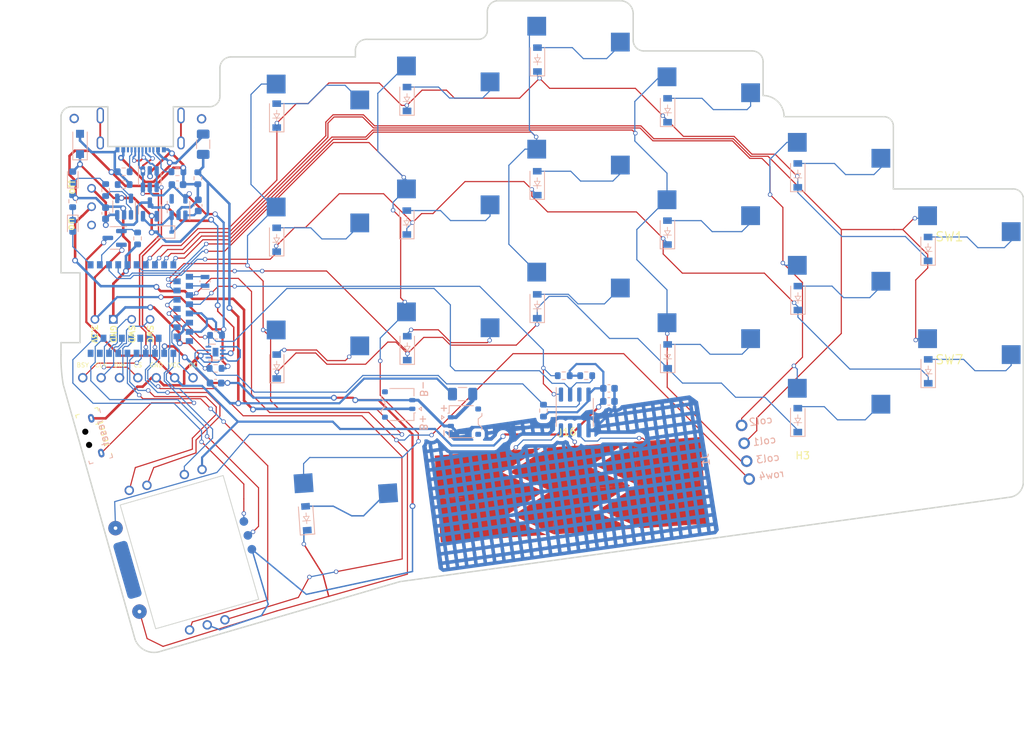
<source format=kicad_pcb>
(kicad_pcb (version 20211014) (generator pcbnew)
  (layers (0 "F.Cu" signal) (31 "B.Cu" signal) (34 "B.Paste" user) (35 "F.Paste" user) (36 "B.SilkS" user "B.Silkscreen") (37 "F.SilkS" user "F.Silkscreen") (38 "B.Mask" user) (39 "F.Mask" user) (44 "Edge.Cuts" user))
  (net 0 "")
  (footprint "mylib:Kailh_Choc_Hotplug" (layer "F.Cu") (at 179.392945 85.66655)
    (fp_text reference "SW7")
    (fp_text value "SW_PUSH-kbd" hide)
  )
  (footprint "mylib:SW_BSI10" (layer "F.Cu") (at 57.3142 61.468013 90)
    (fp_text reference "SW_Bat1" hide)
    (fp_text value "SW_Battery-kbd")
  )
  (footprint "mylib:Kailh_Choc_Hotplug" (layer "F.Cu") (at 107.392945 64.961476)
    (fp_text reference "SW11" hide)
    (fp_text value "SW_PUSH-kbd" hide)
  )
  (footprint "mylib:Kailh_Choc_Hotplug" (layer "F.Cu") (at 143.392945 49.461476)
    (fp_text reference "SW3" hide)
    (fp_text value "SW_PUSH-kbd" hide)
  )
  (footprint "mylib:Kailh_Choc_Hotplug" (layer "F.Cu") (at 107.392945 47.961476)
    (fp_text reference "SW5" hide)
    (fp_text value "SW_PUSH-kbd" hide)
  )
  (footprint "mylib:Kailh_Choc_Hotplug" (layer "F.Cu") (at 125.392945 42.461476)
    (fp_text reference "SW4" hide)
    (fp_text value "SW_PUSH-kbd" hide)
  )
  (footprint "mylib:TouchSlider-3_36x12mm" (layer "F.Cu") (at 126.8142 100.588285 4)
    (fp_text reference "J16")
    (fp_text value "Conn_01x03_Male")
  )
  (footprint "MountingHole:MountingHole_3.2mm_M3_DIN965" (layer "F.Cu") (at 116.3182 39.996013)
    (fp_text reference "H6" hide)
    (fp_text value "MountingHole")
  )
  (footprint "Connector_PinHeader_2.54mm:PinHeader_1x04_P2.54mm_Vertical" (layer "F.Cu") (at 68.6982 77.046013 -90)
    (fp_text reference "J11" hide)
    (fp_text value "Conn_01x04_Female")
  )
  (footprint "MountingHole:MountingHole_3.2mm_M3_DIN965" (layer "F.Cu") (at 80.5482 42.916013)
    (fp_text reference "H7" hide)
    (fp_text value "MountingHole")
  )
  (footprint "MountingHole:MountingHole_3.2mm_M3_DIN965" (layer "F.Cu") (at 158.8662 102.616013)
    (fp_text reference "H3")
    (fp_text value "MountingHole")
  )
  (footprint "mylib:Kailh_Choc_Hotplug" (layer "F.Cu") (at 179.392945 68.66655)
    (fp_text reference "SW1")
    (fp_text value "SW_PUSH-kbd" hide)
  )
  (footprint "mylib:Kailh_Choc_Hotplug" (layer "F.Cu") (at 107.392945 81.961476)
    (fp_text reference "SW17" hide)
    (fp_text value "SW_PUSH-kbd" hide)
  )
  (footprint "mylib:Panasonic_EVQWGD001_Ref" (layer "F.Cu") (at 73.2682 109.474013 -74)
    (fp_text reference "Ref1" hide)
    (fp_text value "Conn_01x05")
    (fp_rect (start -8.9 -8.3) (end 8.9 6.5) (layer "Edge.Cuts") (width 0.12) (fill none))
  )
  (footprint "mylib:Kailh_Choc_Hotplug" (layer "F.Cu") (at 89.392945 67.461476)
    (fp_text reference "SW12" hide)
    (fp_text value "SW_PUSH-kbd" hide)
  )
  (footprint "mylib:Kailh_Choc_Hotplug" (layer "F.Cu") (at 143.392945 83.461476)
    (fp_text reference "SW15" hide)
    (fp_text value "SW_PUSH-kbd" hide)
  )
  (footprint "mylib:Kailh_Choc_Hotplug" (layer "F.Cu") (at 89.392945 84.461476)
    (fp_text reference "SW18" hide)
    (fp_text value "SW_PUSH-kbd" hide)
  )
  (footprint "MountingHole:MountingHole_3.2mm_M3_DIN965" (layer "F.Cu") (at 118.5082 88.616013)
    (fp_text reference "H2" hide)
    (fp_text value "MountingHole")
  )
  (footprint "mylib:Kailh_Choc_Hotplug" (layer "F.Cu") (at 89.392945 50.461476)
    (fp_text reference "SW6" hide)
    (fp_text value "SW_PUSH-kbd" hide)
  )
  (footprint "MountingHole:MountingHole_3.2mm_M3_DIN965" (layer "F.Cu") (at 70.4742 92.964013)
    (fp_text reference "H1" hide)
    (fp_text value "MountingHole")
  )
  (footprint "MountingHole:MountingHole_3.2mm_M3_DIN965" (layer "F.Cu") (at 170.6882 77.156013)
    (fp_text reference "H4" hide)
    (fp_text value "MountingHole")
  )
  (footprint "mylib:Kailh_Choc_Hotplug" (layer "F.Cu") (at 125.392945 59.461476)
    (fp_text reference "SW10" hide)
    (fp_text value "SW_PUSH-kbd" hide)
  )
  (footprint "mylib:Kailh_Choc_Hotplug" (layer "F.Cu") (at 125.392945 76.461476)
    (fp_text reference "SW16" hide)
    (fp_text value "SW_PUSH-kbd" hide)
  )
  (footprint "mylib:Kailh_Choc_Hotplug" (layer "F.Cu") (at 161.392945 92.522013)
    (fp_text reference "SW14" hide)
    (fp_text value "SW_PUSH-kbd" hide)
  )
  (footprint "mylib:Kailh_Choc_Hotplug" (layer "F.Cu") (at 161.392945 58.522013)
    (fp_text reference "SW2" hide)
    (fp_text value "SW_PUSH-kbd" hide)
  )
  (footprint "mylib:Kailh_Choc_Hotplug" (layer "F.Cu") (at 143.392945 66.461476)
    (fp_text reference "SW9" hide)
    (fp_text value "SW_PUSH-kbd" hide)
  )
  (footprint "mylib:Kailh_Choc_Hotplug" (layer "F.Cu") (at 93.5882 105.410013 4)
    (fp_text reference "SW20" hide)
    (fp_text value "SW_PUSH-kbd" hide)
  )
  (footprint "mylib:Conn_Display_MountHole" (layer "F.Cu") (at 67.0142 85.120013)
    (fp_text reference "J9" hide)
    (fp_text value "Conn_Display_general")
  )
  (footprint "MountingHole:MountingHole_3.2mm_M3_DIN965" (layer "F.Cu") (at 153.4482 48.966013)
    (fp_text reference "H5" hide)
    (fp_text value "MountingHole")
  )
  (footprint "mylib:Kailh_Choc_Hotplug" (layer "F.Cu") (at 161.392945 75.522013)
    (fp_text reference "SW8" hide)
    (fp_text value "SW_PUSH-kbd" hide)
  )
  (footprint "Capacitor_SMD:C_0603_1608Metric" (layer "B.Cu") (at 62.5482 62.376013 90)
    (fp_text reference "C4" hide)
    (fp_text value "0.1u")
  )
  (footprint "Diode_SMD:D_SOD-123F" (layer "B.Cu") (at 59.0182 52.788513 90)
    (fp_text reference "D25" hide)
    (fp_text value "SMF9.0CA")
  )
  (footprint "mylib:Diode" (layer "B.Cu") (at 158.1882 57.13655 90)
    (fp_text reference "D2" hide)
    (fp_text value "1N4148W" hide)
  )
  (footprint "Resistor_SMD:R_0603_1608Metric" (layer "B.Cu") (at 123.0522 89.662013 90)
    (fp_text reference "R10" hide)
    (fp_text value "10k")
  )
  (footprint "Package_TO_SOT_SMD:SOT-23" (layer "B.Cu") (at 63.7982 65.786013 180)
    (fp_text reference "Q2" hide)
    (fp_text value "AO3407")
  )
  (footprint "Fuse:Fuse_1206_3216Metric" (layer "B.Cu") (at 76.0342 52.832013 90)
    (fp_text reference "F1" hide)
    (fp_text value "500mA")
  )
  (footprint "Resistor_SMD:R_0603_1608Metric" (layer "B.Cu") (at 58.0002 60.706013 90)
    (fp_text reference "R4" hide)
    (fp_text value "1K")
  )
  (footprint "mylib:Diode" (layer "B.Cu") (at 158.2082 74.09655 90)
    (fp_text reference "D8" hide)
    (fp_text value "1N4148W" hide)
  )
  (footprint "Package_TO_SOT_SMD:SOT-23-5" (layer "B.Cu") (at 65.1082 61.456013 90)
    (fp_text reference "U5" hide)
    (fp_text value "TP4054")
  )
  (footprint "Diode_SMD:D_SOD-323" (layer "B.Cu") (at 70.6182 64.976013 180)
    (fp_text reference "D22" hide)
    (fp_text value "BAT60B")
  )
  (footprint "LED_SMD:LED_0603_1608Metric" (layer "B.Cu") (at 58.0142 64.120013 -90)
    (fp_text reference "D23" hide)
    (fp_text value "BLUE")
  )
  (footprint "Capacitor_SMD:C_0603_1608Metric" (layer "B.Cu") (at 75.3582 61.286013 90)
    (fp_text reference "C2" hide)
    (fp_text value "10u")
  )
  (footprint "mylib:SW_Reset_vertical" (layer "B.Cu") (at 59.191689 93.726013 -74)
    (fp_text reference "SW_Reset1" hide)
    (fp_text value "SW_RESET-kbd")
  )
  (footprint "mylib:Diode" (layer "B.Cu") (at 86.1942 48.872013 90)
    (fp_text reference "D6" hide)
    (fp_text value "1N4148W" hide)
  )
  (footprint "mylib:Diode" (layer "B.Cu") (at 140.2082 82.156013 90)
    (fp_text reference "D15" hide)
    (fp_text value "1N4148W" hide)
  )
  (footprint "Resistor_SMD:R_0603_1608Metric" (layer "B.Cu") (at 77.7492 83.820013 180)
    (fp_text reference "R9" hide)
    (fp_text value "5.1k")
  )
  (footprint "LED_SMD:LED_0603_1608Metric" (layer "B.Cu") (at 58.0142 57.404013 90)
    (fp_text reference "D24" hide)
    (fp_text value "RED")
  )
  (footprint "Package_SO:SOIC-8_3.9x4.9mm_P1.27mm" (layer "B.Cu") (at 127.3702 89.916013 -90)
    (fp_text reference "U8" hide)
    (fp_text value "CAP1203")
  )
  (footprint "Resistor_SMD:R_0603_1608Metric" (layer "B.Cu") (at 62.5582 59.166013 -90)
    (fp_text reference "R6" hide)
    (fp_text value "1K")
  )
  (footprint "Package_TO_SOT_SMD:SOT-23-5" (layer "B.Cu") (at 72.6282 61.516013 90)
    (fp_text reference "U3" hide)
    (fp_text value "XC6220B331MR-G")
  )
  (footprint "Resistor_SMD:R_0603_1608Metric" (layer "B.Cu") (at 125.8462 84.836013 180)
    (fp_text reference "R12" hide)
    (fp_text value "10k")
  )
  (footprint "Resistor_SMD:R_0603_1608Metric" (layer "B.Cu") (at 72.4782 56.642013 180)
    (fp_text reference "R2" hide)
    (fp_text value "5.1K")
  )
  (footprint "mylib:JST_ACH_BM02B-ACHSS-GAN-ETF_1x02-1MP_P1.20mm_Vertical" (layer "B.Cu") (at 103.0482 88.816013 90)
    (fp_text reference "Bat_main1" hide)
    (fp_text value "Conn_Battery_solderable")
  )
  (footprint "Capacitor_SMD:C_0603_1608Metric" (layer "B.Cu") (at 132.0882 88.386013)
    (fp_text reference "C14" hide)
    (fp_text value "0.1uF")
  )
  (footprint "mylib:Diode" (layer "B.Cu") (at 104.1682 63.656013 90)
    (fp_text reference "D11" hide)
    (fp_text value "1N4148W" hide)
  )
  (footprint "mylib:SRV05-4" (layer "B.Cu") (at 68.6582 57.658013 -90)
    (fp_text reference "U2" hide)
    (fp_text value "SRV05-4")
  )
  (footprint "mylib:Diode" (layer "B.Cu") (at 86.1882 66.036013 90)
    (fp_text reference "D12" hide)
    (fp_text value "1N4148W" hide)
  )
  (footprint "Resistor_SMD:R_0603_1608Metric" (layer "B.Cu") (at 75.2982 57.536013 -90)
    (fp_text reference "R3" hide)
    (fp_text value "100K")
  )
  (footprint "Capacitor_SMD:C_0603_1608Metric" (layer "B.Cu") (at 72.4782 58.420013)
    (fp_text reference "C3" hide)
    (fp_text value "4.7u")
  )
  (footprint "mylib:Diode" (layer "B.Cu") (at 90.2982 104.546013 94)
    (fp_text reference "D20" hide)
    (fp_text value "1N4148W" hide)
  )
  (footprint "mylib:Diode" (layer "B.Cu") (at 86.1942 83.566013 90)
    (fp_text reference "D18" hide)
    (fp_text value "1N4148W" hide)
  )
  (footprint "Resistor_SMD:R_0603_1608Metric" (layer "B.Cu") (at 66.9682 65.856013 -90)
    (fp_text reference "R5" hide)
    (fp_text value "2M")
  )
  (footprint "mylib:Diode" (layer "B.Cu") (at 140.1782 65.046013 90)
    (fp_text reference "D9" hide)
    (fp_text value "1N4148W" hide)
  )
  (footprint "mylib:Diode" (layer "B.Cu") (at 158.1882 90.97655 90)
    (fp_text reference "D14" hide)
    (fp_text value "1N4148W" hide)
  )
  (footprint "Capacitor_SMD:C_0603_1608Metric" (layer "B.Cu") (at 132.0982 86.586013)
    (fp_text reference "C15" hide)
    (fp_text value "1uF")
  )
  (footprint "mylib:nrfmicro_USB-C_C168688" (layer "B.Cu") (at 67.392943 53.151476 180)
    (fp_text reference "J12" hide)
    (fp_text value "USB-C USB 2.0 MC-372")
  )
  (footprint "Resistor_SMD:R_0603_1608Metric" (layer "B.Cu") (at 65.0482 56.642013 180)
    (fp_text reference "R1" hide)
    (fp_text value "5.1K")
  )
  (footprint "mylib:MAX17048-TDFN-8-1EP_2x2mm_P0.5mm_EP0.8x1.2mm" (layer "B.Cu") (at 77.7402 81.580013 180)
    (fp_text reference "U4" hide)
    (fp_text value "MAX17048")
  )
  (footprint "mylib:Magnetic-PogoPin-1x04-Female" (layer "B.Cu") (at 150.9482 95.413848 -82)
    (fp_text reference "J1")
    (fp_text value "expantion1")
  )
  (footprint "mylib:PMW3610-Ref" (layer "B.Cu") (at 69.9662 115.570013 16)
    (fp_text reference "Ref2" hide)
    (fp_text value "Conn_1x07")
  )
  (footprint "mylib:Diode" (layer "B.Cu") (at 122.1882 75.236013 90)
    (fp_text reference "D16" hide)
    (fp_text value "1N4148W" hide)
  )
  (footprint "Resistor_SMD:R_0603_1608Metric" (layer "B.Cu") (at 77.8122 79.248013 180)
    (fp_text reference "R8" hide)
    (fp_text value "5.1k")
  )
  (footprint "Capacitor_SMD:C_0603_1608Metric" (layer "B.Cu") (at 77.7502 85.852013)
    (fp_text reference "C1" hide)
    (fp_text value "4.7u")
  )
  (footprint "mylib:Diode" (layer "B.Cu") (at 176.1882 67.30655 90)
    (fp_text reference "D1" hide)
    (fp_text value "1N4148W" hide)
  )
  (footprint "Resistor_SMD:R_0603_1608Metric" (layer "B.Cu") (at 128.9572 84.836013)
    (fp_text reference "R11" hide)
    (fp_text value "10k")
  )
  (footprint "Crystal:Crystal_SMD_MicroCrystal_CM9V-T1A-2Pin_1.6x1.0mm" (layer "B.Cu") (at 76.2882 71.790013 90)
    (fp_text reference "X1" hide)
    (fp_text value "32.768 kHz")
  )
  (footprint "Fuse:Fuse_1206_3216Metric" (layer "B.Cu") (at 111.8762 87.376013)
    (fp_text reference "F2" hide)
    (fp_text value "500mA")
  )
  (footprint "Resistor_SMD:R_0603_1608Metric" (layer "B.Cu") (at 65.0482 58.406013)
    (fp_text reference "R7" hide)
    (fp_text value "5K")
  )
  (footprint "mylib:Diode" (layer "B.Cu") (at 104.1982 46.576013 90)
    (fp_text reference "D5" hide)
    (fp_text value "1N4148W" hide)
  )
  (footprint "mylib:Diode" (layer "B.Cu") (at 104.2282 81.026013 90)
    (fp_text reference "D17" hide)
    (fp_text value "1N4148W" hide)
  )
  (footprint "mylib:JST_ACH_BM02B-ACHSS-GAN-ETF_1x02-1MP_P1.20mm_Vertical" (layer "B.Cu") (at 112.1302 91.186013 -90)
    (fp_text reference "WirelessCharger1" hide)
    (fp_text value "Conn_01x02_Female" hide)
  )
  (footprint "mylib:Diode" (layer "B.Cu") (at 140.1982 48.136013 90)
    (fp_text reference "D3" hide)
    (fp_text value "1N4148W" hide)
  )
  (footprint "mylib:Diode" (layer "B.Cu") (at 176.2082 84.22655 90)
    (fp_text reference "D7" hide)
    (fp_text value "1N4148W" hide)
  )
  (footprint "mylib:Diode" (layer "B.Cu") (at 122.1882 58.216013 90)
    (fp_text reference "D10" hide)
    (fp_text value "1N4148W" hide)
  )
  (footprint "mylib:E73-2G4M08S1C-52840" (layer "B.Cu") (at 74.5142 75.620013 180)
    (fp_text reference "U1" hide)
    (fp_text value "E73-2G4M08S1C" hide)
  )
  (footprint "mylib:Diode" (layer "B.Cu") (at 122.2182 41.126013 90)
    (fp_text reference "D4" hide)
    (fp_text value "1N4148W" hide)
  )
  (footprint "Package_TO_SOT_SMD:SOT-23" (layer "B.Cu") (at 68.6682 61.846013 90)
    (fp_text reference "Q1" hide)
    (fp_text value "AO3407")
  )
  (gr_line (start 78.3482 46.098013) (end 78.3482 42.230013) (layer "Edge.Cuts") (width 0.2))
  (gr_line (start 103.2182 113.306013) (end 187.706 101.6) (layer "Edge.Cuts") (width 0.2))
  (gr_line (start 156.292943 49.022013) (end 170.042943 49.022013) (layer "Edge.Cuts") (width 0.2))
  (gr_line (start 171.392943 50.297013) (end 171.392943 59.016545) (layer "Edge.Cuts") (width 0.2))
  (gr_arc (start 151.892943 39.936476) (mid 152.953603 40.375816) (end 153.392943 41.436476) (layer "Edge.Cuts") (width 0.2))
  (gr_arc (start 153.392943 46.097013) (mid 155.44873 46.958903) (end 156.292943 49.022013) (layer "Edge.Cuts") (width 0.2))
  (gr_arc (start 115.293138 34.471063) (mid 115.736637 33.420679) (end 116.792943 32.991476) (layer "Edge.Cuts") (width 0.2))
  (gr_line (start 103.2182 113.306013) (end 70.2282 122.916013) (layer "Edge.Cuts") (width 0.2))
  (gr_line (start 56.6982 86.056013) (end 66.6182 121.276013) (layer "Edge.Cuts") (width 0.2))
  (gr_line (start 171.392943 59.016545) (end 187.8222 59.016545) (layer "Edge.Cuts") (width 0.2))
  (gr_line (start 62.862943 47.653976) (end 57.892943 47.651476) (layer "Edge.Cuts") (width 0.2))
  (gr_line (start 97.064701 40.761476) (end 97.064701 39.786397) (layer "Edge.Cuts") (width 0.2))
  (gr_arc (start 78.3482 42.230013) (mid 78.798538 41.21357) (end 79.8142 40.761476) (layer "Edge.Cuts") (width 0.2))
  (gr_line (start 115.292943 37.030013) (end 115.292943 34.471076) (layer "Edge.Cuts") (width 0.2))
  (gr_arc (start 187.8222 59.016545) (mid 188.845156 59.330917) (end 189.3462 60.27655) (layer "Edge.Cuts") (width 0.2))
  (gr_arc (start 78.3482 46.098013) (mid 77.96236 47.194926) (end 76.892943 47.651476) (layer "Edge.Cuts") (width 0.2))
  (gr_line (start 189.3462 60.27655) (end 189.346184 99.465016) (layer "Edge.Cuts") (width 0.2))
  (gr_line (start 59.0162 70.612013) (end 59.0162 80.264013) (layer "Edge.Cuts") (width 0.2))
  (gr_arc (start 70.2282 122.916013) (mid 68.083545 122.843668) (end 66.6182 121.276013) (layer "Edge.Cuts") (width 0.2))
  (gr_line (start 136.842943 39.936476) (end 151.892943 39.936476) (layer "Edge.Cuts") (width 0.2))
  (gr_line (start 62.862943 47.653976) (end 62.862943 53.151476) (layer "Edge.Cuts") (width 0.2))
  (gr_line (start 116.792943 32.991476) (end 133.747943 32.991476) (layer "Edge.Cuts") (width 0.2))
  (gr_line (start 71.912943 53.151476) (end 71.912943 47.653976) (layer "Edge.Cuts") (width 0.2))
  (gr_line (start 56.392943 70.612013) (end 56.392943 48.901476) (layer "Edge.Cuts") (width 0.2))
  (gr_line (start 79.8142 40.761476) (end 97.064701 40.761476) (layer "Edge.Cuts") (width 0.2))
  (gr_arc (start 136.842943 39.936476) (mid 135.815619 39.436194) (end 135.442943 38.356013) (layer "Edge.Cuts") (width 0.2))
  (gr_line (start 76.892943 47.651476) (end 71.912943 47.653976) (layer "Edge.Cuts") (width 0.2))
  (gr_arc (start 97.064701 39.786397) (mid 97.567323 38.725074) (end 98.673199 38.330013) (layer "Edge.Cuts") (width 0.2))
  (gr_arc (start 56.392943 48.901476) (mid 56.896118 47.980286) (end 57.892943 47.651476) (layer "Edge.Cuts") (width 0.2))
  (gr_line (start 153.392943 41.436476) (end 153.392943 46.097013) (layer "Edge.Cuts") (width 0.2))
  (gr_arc (start 115.292943 37.030013) (mid 114.987182 37.918186) (end 114.142943 38.330013) (layer "Edge.Cuts") (width 0.2))
  (gr_arc (start 189.346184 99.465016) (mid 188.903021 100.822081) (end 187.706 101.6) (layer "Edge.Cuts") (width 0.2))
  (gr_arc (start 56.6982 86.056013) (mid 56.447838 84.000244) (end 56.392943 81.930013) (layer "Edge.Cuts") (width 0.2))
  (gr_line (start 98.673199 38.330013) (end 114.142943 38.330013) (layer "Edge.Cuts") (width 0.2))
  (gr_line (start 56.392943 80.264013) (end 56.392943 81.930013) (layer "Edge.Cuts") (width 0.2))
  (gr_line (start 62.862943 53.151476) (end 71.912943 53.151476) (layer "Edge.Cuts") (width 0.2))
  (gr_line (start 59.0162 80.264013) (end 56.392943 80.264013) (layer "Edge.Cuts") (width 0.2))
  (gr_line (start 56.392943 70.612013) (end 59.0162 70.612013) (layer "Edge.Cuts") (width 0.2))
  (gr_arc (start 133.747943 32.991476) (mid 134.953005 33.551334) (end 135.442943 34.786476) (layer "Edge.Cuts") (width 0.2))
  (gr_arc (start 170.042943 49.022013) (mid 170.982005 49.379918) (end 171.392943 50.297013) (layer "Edge.Cuts") (width 0.2))
  (gr_line (start 135.442943 34.786476) (end 135.442943 38.356013) (layer "Edge.Cuts") (width 0.2))
  (segment (start 61.4162 83.098013) (end 59.3942 85.120013) (width 0.16) (layer "F.Cu") (net 0))
  (segment (start 98.9402 52.596013) (end 94.0182 52.596013) (width 0.16) (layer "F.Cu") (net 0))
  (segment (start 75.0462 83.842013) (end 77.0402 85.836013) (width 0.3) (layer "F.Cu") (net 0))
  (segment (start 74.5382 118.872013) (end 84.9522 115.824013) (width 0.16) (layer "F.Cu") (net 0))
  (segment (start 149.261107 52.070013) (end 151.691164 54.50007) (width 0.16) (layer "F.Cu") (net 0))
  (segment (start 110.1982 80.606013) (end 109.1282 79.536013) (width 0.16) (layer "F.Cu") (net 0))
  (segment (start 94.11668 49.057533) (end 98.04972 49.057533) (width 0.16) (layer "F.Cu") (net 0))
  (segment (start 149.141183 52.359533) (end 151.57124 54.78959) (width 0.16) (layer "F.Cu") (net 0))
  (segment (start 64.8002 67.488013) (end 61.0782 71.210013) (width 0.3) (layer "F.Cu") (net 0))
  (segment (start 92.97868 51.663533) (end 92.97868 49.765533) (width 0.16) (layer "F.Cu") (net 0))
  (segment (start 94.0202 52.146013) (end 98.5922 52.146013) (width 0.16) (layer "F.Cu") (net 0))
  (segment (start 103.4622 47.466013) (end 100.3622 44.366013) (width 0.16) (layer "F.Cu") (net 0))
  (segment (start 69.9382 68.580013) (end 71.1322 67.386013) (width 0.16) (layer "F.Cu") (net 0))
  (segment (start 94.0962 87.884013) (end 96.7162 87.884013) (width 0.3) (layer "F.Cu") (net 0))
  (segment (start 66.8302 83.098013) (end 61.4162 83.098013) (width 0.16) (layer "F.Cu") (net 0))
  (segment (start 67.7082 55.789561) (end 67.7082 56.520513) (width 0.25) (layer "F.Cu") (net 0))
  (segment (start 74.5382 94.996013) (end 66.6642 97.536013) (width 0.16) (layer "F.Cu") (net 0))
  (segment (start 75.6902 82.058013) (end 75.0462 82.702013) (width 0.3) (layer "F.Cu") (net 0))
  (segment (start 104.1682 47.466013) (end 103.4622 47.466013) (width 0.16) (layer "F.Cu") (net 0))
  (segment (start 92.97868 49.765533) (end 93.9762 48.768013) (width 0.16) (layer "F.Cu") (net 0))
  (segment (start 154.07572 54.50007) (end 164.2002 64.62455) (width 0.16) (layer "F.Cu") (net 0))
  (segment (start 112.2082 57.996013) (end 107.7882 62.416013) (width 0.16) (layer "F.Cu") (net 0))
  (segment (start 85.2062 89.916013) (end 98.9222 89.916013) (width 0.16) (layer "F.Cu") (net 0))
  (segment (start 115.6082 79.946013) (end 115.2882 80.266013) (width 0.16) (layer "F.Cu") (net 0))
  (segment (start 73.2802 55.666013) (end 73.2802 56.088013) (width 0.35) (layer "F.Cu") (net 0))
  (segment (start 128.512807 99.455572) (end 129.357798 100.300563) (width 0.16) (layer "F.Cu") (net 0))
  (segment (start 78.3482 90.424013) (end 75.0462 93.726013) (width 0.16) (layer "F.Cu") (net 0))
  (segment (start 139.5382 48.896013) (end 142.3882 51.746013) (width 0.16) (layer "F.Cu") (net 0))
  (segment (start 77.1682 73.416013) (end 78.1082 72.476013) (width 0.16) (layer "F.Cu") (net 0))
  (segment (start 93.9762 48.768013) (end 98.1802 48.768013) (width 0.16) (layer "F.Cu") (net 0))
  (segment (start 93.2682 51.882013) (end 93.2682 49.906013) (width 0.16) (layer "F.Cu") (net 0))
  (segment (start 73.186711 86.159502) (end 73.4082 85.938013) (width 0.35) (layer "F.Cu") (net 0))
  (segment (start 172.690737 64.62455) (end 171.4802 64.62455) (width 0.16) (layer "F.Cu") (net 0))
  (segment (start 154.3582 59.79855) (end 156.1282 61.56855) (width 0.16) (layer "F.Cu") (net 0))
  (segment (start 75.0462 82.702013) (end 75.0462 83.842013) (width 0.3) (layer "F.Cu") (net 0))
  (segment (start 69.5542 85.120013) (end 70.593689 86.159502) (width 0.35) (layer "F.Cu") (net 0))
  (segment (start 58.3972 57.895013) (end 57.5702 57.068013) (width 0.35) (layer "F.Cu") (net 0))
  (segment (start 69.860689 59.668013) (end 69.860689 65.528966) (width 0.2) (layer "F.Cu") (net 0))
  (segment (start 79.6182 65.024013) (end 92.97868 51.663533) (width 0.16) (layer "F.Cu") (net 0))
  (segment (start 99.457716 50.871053) (end 98.482756 51.846013) (width 0.16) (layer "F.Cu") (net 0))
  (segment (start 58.2802 53.738013) (end 60.4202 53.738013) (width 0.35) (layer "F.Cu") (net 0))
  (segment (start 68.014701 58.042514) (end 64.6782 54.706013) (width 0.35) (layer "F.Cu") (net 0))
  (segment (start 93.128699 83.246512) (end 91.5782 81.696013) (width 0.16) (layer "F.Cu") (net 0))
  (segment (start 150.36187 96.651683) (end 151.122166 96.651683) (width 0.16) (layer "F.Cu") (net 0))
  (segment (start 78.3482 88.900013) (end 78.3482 90.424013) (width 0.16) (layer "F.Cu") (net 0))
  (segment (start 70.7002 80.772013) (end 71.9702 80.772013) (width 0.35) (layer "F.Cu") (net 0))
  (segment (start 79.4382 83.536013) (end 78.7102 82.808013) (width 0.3) (layer "F.Cu") (net 0))
  (segment (start 122.1682 77.736013) (end 119.2982 80.606013) (width 0.16) (layer "F.Cu") (net 0))
  (segment (start 107.7882 62.416013) (end 106.2182 62.416013) (width 0.16) (layer "F.Cu") (net 0))
  (segment (start 85.2882 68.736013) (end 76.2982 68.736013) (width 0.16) (layer "F.Cu") (net 0))
  (segment (start 117.7182 92.964013) (end 126.8622 92.964013) (width 0.3) (layer "F.Cu") (net 0))
  (segment (start 157.6482 83.46655) (end 157.6482 83.514013) (width 0.16) (layer "F.Cu") (net 0))
  (segment (start 83.6822 100.330013) (end 83.6822 104.902013) (width 0.16) (layer "F.Cu") (net 0))
  (segment (start 176.1382 69.94055) (end 176.1382 68.072013) (width 0.16) (layer "F.Cu") (net 0))
  (segment (start 121.4382 60.006013) (end 121.4382 59.076013) (width 0.16) (layer "F.Cu") (net 0))
  (segment (start 88.9282 47.196013) (end 86.2182 49.906013) (width 0.16) (layer "F.Cu") (net 0))
  (segment (start 123.0382 85.946013) (end 123.0382 83.776013) (width 0.16) (layer "F.Cu") (net 0))
  (segment (start 77.2402 82.858013) (end 77.2402 82.188013) (width 0.16) (layer "F.Cu") (net 0))
  (segment (start 158.8382 82.27655) (end 157.6482 83.46655) (width 0.16) (layer "F.Cu") (net 0))
  (segment (start 76.4547 66.618013) (end 79.5482 66.618013) (width 0.16) (layer "F.Cu") (net 0))
  (segment (start 96.2082 82.216013) (end 95.6782 82.746013) (width 0.16) (layer "F.Cu") (net 0))
  (segment (start 68.9222 65.024013) (end 68.9222 62.738013) (width 0.35) (layer "F.Cu") (net 0))
  (segment (start 176.1382 68.072013) (end 172.690737 64.62455) (width 0.16) (layer "F.Cu") (net 0))
  (segment (start 59.8902 77.418013) (end 59.8902 68.828013) (width 0.3) (layer "F.Cu") (net 0))
  (segment (start 94.0182 52.596013) (end 78.9862 67.628013) (width 0.16) (layer "F.Cu") (net 0))
  (segment (start 69.2302 75.388013) (end 68.7302 75.388013) (width 0.35) (layer "F.Cu") (net 0))
  (segment (start 104.2562 95.250013) (end 104.2562 112.268013) (width 0.16) (layer "F.Cu") (net 0))
  (segment (start 135.7522 51.308013) (end 135.31524 50.871053) (width 0.16) (layer "F.Cu") (net 0))
  (segment (start 85.3482 79.536013) (end 84.3182 78.506013) (width 0.16) (layer "F.Cu") (net 0))
  (segment (start 77.2402 82.188013) (end 71.3002 76.248013) (width 0.16) (layer "F.Cu") (net 0))
  (segment (start 174.248737 63.06655) (end 174.3582 63.06655) (width 0.16) (layer "F.Cu") (net 0))
  (segment (start 71.2402 72.328013) (end 73.2102 70.358013) (width 0.16) (layer "F.Cu") (net 0))
  (segment (start 75.5142 79.502013) (end 71.0802 75.068013) (width 0.16) (layer "F.Cu") (net 0))
  (segment (start 60.4202 53.738013) (end 63.3702 56.688013) (width 0.35) (layer "F.Cu") (net 0))
  (segment (start 136.7682 93.472013) (end 136.2602 93.472013) (width 0.16) (layer "F.Cu") (net 0))
  (segment (start 105.7582 93.866013) (end 105.7882 93.896013) (width 0.16) (layer "F.Cu") (net 0))
  (segment (start 81.9042 69.342013) (end 82.1582 69.596013) (width 0.16) (layer "F.Cu") (net 0))
  (segment (start 84.3182 71.756013) (end 82.1582 69.596013) (width 0.16) (layer "F.Cu") (net 0))
  (segment (start 80.1662 74.208013) (end 81.6782 75.720013) (width 0.35) (layer "F.Cu") (net 0))
  (segment (start 72.8002 80.348013) (end 72.8002 78.958013) (width 0.35) (layer "F.Cu") (net 0))
  (segment (start 64.9902 61.698013) (end 64.9902 65.548013) (width 0.35) (layer "F.Cu") (net 0))
  (segment (start 94.8382 59.676013) (end 100.9582 59.676013) (width 0.16) (layer "F.Cu") (net 0))
  (segment (start 86.2222 89.154013) (end 86.4762 89.408013) (width 0.16) (layer "F.Cu") (net 0))
  (segment (start 158.8382 71.95655) (end 158.8382 82.27655) (width 0.16) (layer "F.Cu") (net 0))
  (segment (start 68.4422 86.868013) (end 69.300689 87.726502) (width 0.16) (layer "F.Cu") (net 0))
  (segment (start 85.3482 86.216013) (end 85.3482 79.536013) (width 0.16) (layer "F.Cu") (net 0))
  (segment (start 90.5582 47.196013) (end 88.9282 47.196013) (width 0.16) (layer "F.Cu") (net 0))
  (segment (start 70.260199 65.69445) (end 67.650201 68.304448) (width 0.2) (layer "F.Cu") (net 0))
  (segment (start 70.1502 73.138013) (end 73.5002 73.138013) (width 0.35) (layer "F.Cu") (net 0))
  (segment (start 82.712524 73.198337) (end 82.712524 87.422337) (width 0.16) (layer "F.Cu") (net 0))
  (segment (start 164.2002 64.62455) (end 164.2002 78.994013) (width 0.16) (layer "F.Cu") (net 0))
  (segment (start 135.8882 62.186013) (end 123.6182 62.186013) (width 0.16) (layer "F.Cu") (net 0))
  (segment (start 73.3902 67.936013) (end 75.7942 65.532013) (width 0.16) (layer "F.Cu") (net 0))
  (segment (start 117.4642 93.218013) (end 117.7182 92.964013) (width 0.3) (layer "F.Cu") (net 0))
  (segment (start 68.9142 85.120013) (end 67.6782 86.356013) (width 0.35) (layer "F.Cu") (net 0))
  (segment (start 89.1882 115.486013) (end 90.7082 112.666013) (width 0.16) (layer "F.Cu") (net 0))
  (segment (start 72.9802 66.836013) (end 75.3102 64.506013) (width 0.16) (layer "F.Cu") (net 0))
  (segment (start 103.3182 74.065513) (end 103.8982 74.645513) (width 0.16) (layer "F.Cu") (net 0))
  (segment (start 98.477701 83.246512) (end 93.128699 83.246512) (width 0.16) (layer "F.Cu") (net 0))
  (segment (start 67.6782 86.356013) (end 66.9382 86.356013) (width 0.35) (layer "F.Cu") (net 0))
  (segment (start 73.1922 67.386013) (end 75.5542 65.024013) (width 0.16) (layer "F.Cu") (net 0))
  (segment (start 142.2382 70.656013) (end 153.567663 70.656013) (width 0.16) (layer "F.Cu") (net 0))
  (segment (start 86.1182 66.906013) (end 88.6682 64.356013) (width 0.16) (layer "F.Cu") (net 0))
  (segment (start 104.2562 81.788013) (end 102.6542 80.186013) (width 0.16) (layer "F.Cu") (net 0))
  (segment (start 84.3182 78.506013) (end 84.3182 71.756013) (width 0.16) (layer "F.Cu") (net 0))
  (segment (start 82.712524 87.422337) (end 85.2062 89.916013) (width 0.16) (layer "F.Cu") (net 0))
  (segment (start 127.3702 96.127097) (end 127.3702 93.980013) (width 0.16) (layer "F.Cu") (net 0))
  (segment (start 93.383057 115.33087) (end 86.228442 117.346255) (width 0.16) (layer "F.Cu") (net 0))
  (segment (start 139.5682 65.866013) (end 135.8882 62.186013) (width 0.16) (layer "F.Cu") (net 0))
  (segment (start 93.3882 44.366013) (end 90.5582 47.196013) (width 0.16) (layer "F.Cu") (net 0))
  (segment (start 68.1202 78.798013) (end 68.1202 80.888013) (width 0.2) (layer "F.Cu") (net 0))
  (segment (start 95.6782 82.746013) (end 93.1682 82.746013) (width 0.16) (layer "F.Cu") (net 0))
  (segment (start 140.1482 79.016013) (end 140.1482 86.438013) (width 0.16) (layer "F.Cu") (net 0))
  (segment (start 78.7102 78.584013) (end 78.8682 78.426013) (width 0.3) (layer "F.Cu") (net 0))
  (segment (start 61.0782 71.210013) (end 61.0782 77.046013) (width 0.3) (layer "F.Cu") (net 0))
  (segment (start 75.9942 66.040013) (end 79.5982 66.040013) (width 0.16) (layer "F.Cu") (net 0))
  (segment (start 68.888029 88.596013) (end 61.947495 95.536547) (width 0.16) (layer "F.Cu") (net 0))
  (segment (start 81.565057 90.376013) (end 97.9682 90.376013) (width 0.16) (layer "F.Cu") (net 0))
  (segment (start 73.3662 69.342013) (end 81.9042 69.342013) (width 0.16) (layer "F.Cu") (net 0))
  (segment (start 164.2002 78.994013) (end 152.5162 90.678013) (width 0.16) (layer "F.Cu") (net 0))
  (segment (start 69.416188 58.592025) (end 65.274212 58.592025) (width 0.35) (layer "F.Cu") (net 0))
  (segment (start 72.8002 78.958013) (end 69.2302 75.388013) (width 0.35) (layer "F.Cu") (net 0))
  (segment (start 66.6642 97.536013) (end 65.822954 100.685443) (width 0.16) (layer "F.Cu") (net 0))
  (segment (start 65.8502 69.874011) (end 65.366198 70.358013) (width 0.35) (layer "F.Cu") (net 0))
  (segment (start 174.4782 71.60055) (end 176.1382 69.94055) (width 0.16) (layer "F.Cu") (net 0))
  (segment (start 65.5517 83.657513) (end 67.0142 85.120013) (width 0.16) (layer "F.Cu") (net 0))
  (segment (start 104.1682 47.466013) (end 106.2782 45.356013) (width 0.16) (layer "F.Cu") (net 0))
  (segment (start 97.9682 90.376013) (end 103.4942 96.012013) (width 0.16) (layer "F.Cu") (net 0))
  (segment (start 79.5012 64.506013) (end 86.2182 57.789013) (width 0.16) (layer "F.Cu") (net 0))
  (segment (start 77.1342 71.374013) (end 80.8882 71.374013) (width 0.16) (layer "F.Cu") (net 0))
  (segment (start 81.6502 99.822013) (end 81.6502 101.854013) (width 0.16) (layer "F.Cu") (net 0))
  (segment (start 153.567663 70.656013) (end 157.6682 74.75655) (width 0.16) (layer "F.Cu") (net 0))
  (segment (start 69.3702 79.483019) (end 69.3702 80.898013) (width 0.2) (layer "F.Cu") (net 0))
  (segment (start 59.8902 68.828013) (end 62.2902 66.428013) (width 0.3) (layer "F.Cu") (net 0))
  (segment (start 57.5702 57.068013) (end 57.5702 54.448013) (width 0.35) (layer "F.Cu") (net 0))
  (segment (start 76.2882 79.502013) (end 75.5142 79.502013) (width 0.16) (layer "F.Cu") (net 0))
  (segment (start 117.317911 96.666302) (end 119.2422 94.742013) (width 0.16) (layer "F.Cu") (net 0))
  (segment (start 70.094312 86.614013) (end 77.803057 86.614013) (width 0.16) (layer "F.Cu") (net 0))
  (segment (start 72.0942 85.120013) (end 69.0422 82.068013) (width 0.3) (layer "F.Cu") (net 0))
  (segment (start 100.2582 88.216013) (end 104.9582 92.916013) (width 0.3) (layer "F.Cu") (net 0))
  (segment (start 59.2802 62.768013) (end 58.3402 63.708013) (width 0.35) (layer "F.Cu") (net 0))
  (segment (start 98.482756 51.846013) (end 93.8122 51.846013) (width 0.16) (layer "F.Cu") (net 0))
  (segment (start 134.130759 81.788013) (end 118.8462 81.788013) (width 0.16) (layer "F.Cu") (net 0))
  (segment (start 80.8882 71.374013) (end 82.712524 73.198337) (width 0.16) (layer "F.Cu") (net 0))
  (segment (start 84.9522 97.282013) (end 78.8562 91.186013) (width 0.16) (layer "F.Cu") (net 0))
  (segment (start 101.5382 80.186013) (end 98.477701 83.246512) (width 0.16) (layer "F.Cu") (net 0))
  (segment (start 69.300689 87.726502) (end 76.412689 87.726502) (width 0.16) (layer "F.Cu") (net 0))
  (segment (start 98.04972 49.057533) (end 99.57372 50.581533) (width 0.16) (layer "F.Cu") (net 0))
  (segment (start 110.2982 80.266013) (end 108.5182 78.486013) (width 0.16) (layer "F.Cu") (net 0))
  (segment (start 68.9222 62.738013) (end 66.4522 60.268013) (width 0.35) (layer "F.Cu") (net 0))
  (segment (start 67.6982 88.016013) (end 75.6862 88.016013) (width 0.16) (layer "F.Cu") (net 0))
  (segment (start 129.195226 97.952123) (end 127.3702 96.127097) (width 0.16) (layer "F.Cu") (net 0))
  (segment (start 123.9082 45.106013) (end 122.5082 43.706013) (width 0.16) (layer "F.Cu") (net 0))
  (segment (start 98.5922 52.146013) (end 99.57764 51.160573) (width 0.16) (layer "F.Cu") (net 0))
  (segment (start 62.3182 83.657513) (end 65.5517 83.657513) (width 0.16) (layer "F.Cu") (net 0))
  (segment (start 66.4522 60.268013) (end 64.7502 60.268013) (width 0.35) (layer "F.Cu") (net 0))
  (segment (start 115.2882 80.266013) (end 110.2982 80.266013) (width 0.16) (layer "F.Cu") (net 0))
  (segment (start 69.175699 58.042514) (end 68.014701 58.042514) (width 0.35) (layer "F.Cu") (net 0))
  (segment (start 57.5702 54.448013) (end 58.2802 53.738013) (width 0.35) (layer "F.Cu") (net 0))
  (segment (start 75.0462 93.726013) (end 75.0462 95.504013) (width 0.16) (layer "F.Cu") (net 0))
  (segment (start 79.038997 118.586047) (end 89.1882 115.486013) (width 0.16) (layer "F.Cu") (net 0))
  (segment (start 156.1282 69.24655) (end 158.8382 71.95655) (width 0.16) (layer "F.Cu") (net 0))
  (segment (start 79.6182 65.532013) (end 93.2682 51.882013) (width 0.16) (layer "F.Cu") (net 0))
  (segment (start 60.6142 58.928013) (end 62.5802 60.894013) (width 0.35) (layer "F.Cu") (net 0))
  (segment (start 109.6482 45.356013) (end 110.7582 46.466013) (width 0.16) (layer "F.Cu") (net 0))
  (segment (start 67.231931 117.446682) (end 68.2882 121.176013) (width 0.16) (layer "F.Cu") (net 0))
  (segment (start 67.6502 77.763019) (end 69.3702 79.483019) (width 0.2) (layer "F.Cu") (net 0))
  (segment (start 66.9382 86.356013) (end 62.563975 90.730238) (width 0.35) (layer "F.Cu") (net 0))
  (segment (start 157.6482 83.514013) (end 150.426301 90.735912) (width 0.16) (layer "F.Cu") (net 0))
  (segment (start 68.7002 56.728013) (end 68.7002 57.268013) (width 0.35) (layer "F.Cu") (net 0))
  (segment (start 71.9202 56.088013) (end 69.416188 58.592025) (width 0.35) (layer "F.Cu") (net 0))
  (segment (start 65.274212 58.592025) (end 63.3702 56.688013) (width 0.35) (layer "F.Cu") (net 0))
  (segment (start 123.6182 62.186013) (end 121.4382 60.006013) (width 0.16) (layer "F.Cu") (net 0))
  (segment (start 70.593689 86.159502) (end 73.186711 86.159502) (width 0.35) (layer "F.Cu") (net 0))
  (segment (start 77.3282 78.426013) (end 78.8682 78.426013) (width 0.3) (layer "F.Cu") (net 0))
  (segment (start 80.2602 81.298013) (end 80.2602 78.138013) (width 0.2) (layer "F.Cu") (net 0))
  (segment (start 75.3102 64.506013) (end 79.5012 64.506013) (width 0.16) (layer "F.Cu") (net 0))
  (segment (start 70.2602 58.808013) (end 70.260199 65.69445) (width 0.2) (layer "F.Cu") (net 0))
  (segment (start 152.5162 92.434047) (end 150.774234 94.176013) (width 0.16) (layer "F.Cu") (net 0))
  (segment (start 100.3622 44.366013) (end 93.3882 44.366013) (width 0.16) (layer "F.Cu") (net 0))
  (segment (start 100.9582 59.676013) (end 104.9582 63.676013) (width 0.16) (layer "F.Cu") (net 0))
  (segment (start 77.8402 89.154013) (end 77.8402 90.170013) (width 0.16) (layer "F.Cu") (net 0))
  (segment (start 59.0162 55.614513) (end 63.6697 60.268013) (width 0.3) (layer "F.Cu") (net 0))
  (segment (start 99.4302 89.408013) (end 99.9382 89.408013) (width 0.16) (layer "F.Cu") (net 0))
  (segment (start 94.3982 111.936013) (end 103.5282 110.176013) (width 0.16) (layer "F.Cu") (net 0))
  (segment (start 72.972711 63.410524) (end 76.980654 63.410524) (width 0.35) (layer "F.Cu") (net 0))
  (segment (start 69.860689 65.528966) (end 67.25069 68.138965) (width 0.2) (layer "F.Cu") (net 0))
  (segment (start 124.4882 87.396013) (end 123.0382 85.946013) (width 0.16) (layer "F.Cu") (net 0))
  (segment (start 140.1482 86.438013) (end 150.36187 96.651683) (width 0.16) (layer "F.Cu") (net 0))
  (segment (start 99.7042 50.292013) (end 136.5142 50.292013) (width 0.16) (layer "F.Cu") (net 0))
  (segment (start 93.8122 51.846013) (end 79.8822 65.776013) (width 0.16) (layer "F.Cu") (net 0))
  (segment (start 61.812643 48.851476) (end 61.812643 52.651476) (width 0.25) (layer "F.Cu") (net 0))
  (segment (start 108.5182 78.486013) (end 104.7642 78.486013) (width 0.16) (layer "F.Cu") (net 0))
  (segment (start 117.317911 99.66367) (end 117.317911 96.666302) (width 0.16) (layer "F.Cu") (net 0))
  (segment (start 156.1282 61.56855) (end 156.1282 69.24655) (width 0.16) (layer "F.Cu") (net 0))
  (segment (start 97.0482 88.216013) (end 100.2582 88.216013) (width 0.3) (layer "F.Cu") (net 0))
  (segment (start 71.7162 54.102013) (end 71.3262 54.102013) (width 0.35) (layer "F.Cu") (net 0))
  (segment (start 76.2802 83.818013) (end 77.2402 82.858013) (width 0.16) (layer "F.Cu") (net 0))
  (segment (start 75.0462 95.504013) (end 69.2042 97.536013) (width 0.16) (layer "F.Cu") (net 0))
  (segment (start 68.2882 121.176013) (end 70.4882 122.256013) (width 0.16) (layer "F.Cu") (net 0))
  (segment (start 98.1802 48.768013) (end 99.7042 50.292013) (width 0.16) (layer "F.Cu") (net 0))
  (segment (start 81.6502 101.854013) (end 81.6502 103.886013) (width 0.16) (layer "F.Cu") (net 0))
  (segment (start 72.8002 80.348013) (end 73.9802 80.348013) (width 0.2) (layer "F.Cu") (net 0))
  (segment (start 140.343532 97.047345) (end 136.7682 93.472013) (width 0.16) (layer "F.Cu") (net 0))
  (segment (start 69.2042 97.536013) (end 68.264559 99.985324) (width 0.16) (layer "F.Cu") (net 0))
  (segment (start 73.4082 85.938013) (end 73.4082 84.160013) (width 0.35) (layer "F.Cu") (net 0))
  (segment (start 74.5702 74.208013) (end 80.1662 74.208013) (width 0.35) (layer "F.Cu") (net 0))
  (segment (start 62.5802 60.894013) (end 62.5802 64.008013) (width 0.35) (layer "F.Cu") (net 0))
  (segment (start 75.5102 82.058013) (end 75.6902 82.058013) (width 0.35) (layer "F.Cu") (net 0))
  (segment (start 75.8082 93.980013) (end 81.6502 99.822013) (width 0.16) (layer "F.Cu") (net 0))
  (segment (start 119.2982 80.606013) (end 110.1982 80.606013) (width 0.16) (layer "F.Cu") (net 0))
  (segment (start 60.6142 61.468013) (end 59.3142 62.768013) (width 0.35) (layer "F.Cu") (net 0))
  (segment (start 118.8462 81.788013) (end 107.5882 93.046013) (width 0.16) (layer "F.Cu") (net 0))
  (segment (start 67.6902 59.668013) (end 69.860689 59.668013) (width 0.2) (layer "F.Cu") (net 0))
  (segment (start 62.563975 90.730238) (end 60.569308 90.730238) (width 0.35) (layer "F.Cu") (net 0))
  (segment (start 89.9482 108.116013) (end 92.5982 112.366013) (width 0.2) (layer "F.Cu") (net 0))
  (segment (start 74.155787 119.986285) (end 74.5382 118.872013) (width 0.16) (layer "F.Cu") (net 0))
  (segment (start 157.6682 74.75655) (end 157.6782 74.75655) (width 0.16) (layer "F.Cu") (net 0))
  (segment (start 77.0402 85.836013) (end 79.3982 85.836013) (width 0.3) (layer "F.Cu") (net 0))
  (segment (start 75.7942 65.532013) (end 79.6182 65.532013) (width 0.16) (layer "F.Cu") (net 0))
  (segment (start 96.7162 87.884013) (end 97.0482 88.216013) (width 0.3) (layer "F.Cu") (net 0))
  (segment (start 74.1102 59.688013) (end 74.1102 60.166243) (width 0.3) (layer "F.Cu") (net 0))
  (segment (start 74.1102 60.166243) (end 76.429608 62.485651) (width 0.3) (layer "F.Cu") (net 0))
  (segment (start 126.8622 92.964013) (end 130.6722 89.154013) (width 0.3) (layer "F.Cu") (net 0))
  (segment (start 140.404566 96.630628) (end 140.404566 102.197474) (width 0.16) (layer "F.Cu") (net 0))
  (segment (start 69.809239 86.32894) (end 70.094312 86.614013) (width 0.16) (layer "F.Cu") (net 0))
  (segment (start 76.5702 93.218013) (end 83.6822 100.330013) (width 0.16) (layer "F.Cu") (net 0))
  (segment (start 150.426301 90.735912) (end 150.426301 91.700343) (width 0.16) (layer "F.Cu") (net 0))
  (segment (start 66.4977 55.096013) (end 67.3782 55.096013) (width 0.25) (layer "F.Cu") (net 0))
  (segment (start 71.4182 55.800013) (end 69.175699 58.042514) (width 0.35) (layer "F.Cu") (net 0))
  (segment (start 174.4782 79.90655) (end 174.4782 71.60055) (width 0.16) (layer "F.Cu") (net 0))
  (segment (start 81.6782 75.720013) (end 81.6782 88.271036) (width 0.35) (layer "F.Cu") (net 0))
  (segment (start 121.38076 51.160573) (end 122.0362 51.816013) (width 0.16) (layer "F.Cu") (net 0))
  (segment (start 70.9542 68.580013) (end 71.5982 67.936013) (width 0.16) (layer "F.Cu") (net 0))
  (segment (start 79.6582 75.466013) (end 80.8882 76.696013) (width 0.35) (layer "F.Cu") (net 0))
  (segment (start 152.5162 90.678013) (end 152.5162 92.434047) (width 0.16) (layer "F.Cu") (net 0))
  (segment (start 139.5882 65.866013) (end 139.5882 68.006013) (width 0.16) (layer "F.Cu") (net 0))
  (segment (start 136.5142 50.292013) (end 138.2922 52.070013) (width 0.16) (layer "F.Cu") (net 0))
  (segment (start 81.6782 88.271036) (end 82.9202 89.513036) (width 0.35) (layer "F.Cu") (net 0))
  (segment (start 76.412689 87.726502) (end 77.8402 89.154013) (width 0.16) (layer "F.Cu") (net 0))
  (segment (start 73.9802 80.348013) (end 75.6902 82.058013) (width 0.2) (layer "F.Cu") (net 0))
  (segment (start 75.5542 65.024013) (end 79.6182 65.024013) (width 0.16) (layer "F.Cu") (net 0))
  (segment (start 155.0562 54.21055) (end 158.1042 57.25855) (width 0.16) (layer "F.Cu") (net 0))
  (segment (start 71.3262 54.102013) (end 68.7002 56.728013) (width 0.35) (layer "F.Cu") (net 0))
  (segment (start 70.2002 73.968013) (end 72.8702 73.968013) (width 0.3) (layer "F.Cu") (net 0))
  (segment (start 90.1582 64.356013) (end 94.8382 59.676013) (width 0.16) (layer "F.Cu") (net 0))
  (segment (start 71.1322 67.386013) (end 73.1922 67.386013) (width 0.16) (layer "F.Cu") (net 0))
  (segment (start 99.9382 89.408013) (end 103.4942 92.964013) (width 0.16) (layer "F.Cu") (net 0))
  (segment (start 102.6542 80.186013) (end 101.5382 80.186013) (width 0.16) (layer "F.Cu") (net 0))
  (segment (start 71.9702 80.772013) (end 73.4942 82.296013) (width 0.35) (layer "F.Cu") (net 0))
  (segment (start 85.3482 88.280013) (end 86.2222 89.154013) (width 0.16) (layer "F.Cu") (net 0))
  (segment (start 106.2182 62.416013) (end 104.9582 63.676013) (width 0.16) (layer "F.Cu") (net 0))
  (segment (start 151.8522 54.21055) (end 155.0562 54.21055) (width 0.16) (layer "F.Cu") (net 0))
  (segment (start 106.5082 79.536013) (end 104.2562 81.788013) (width 0.16) (layer "F.Cu") (net 0))
  (segment (start 103.5282 110.176013) (end 103.4942 96.012013) (width 0.16) (layer "F.Cu") (net 0))
  (segment (start 71.1902 71.518013) (end 73.3662 69.342013) (width 0.16) (layer "F.Cu") (net 0))
  (segment (start 71.0402 61.478013) (end 72.972711 63.410524) (width 0.35) (layer "F.Cu") (net 0))
  (segment (start 73.2802 56.088013) (end 71.9202 56.088013) (width 0.35) (layer "F.Cu") (net 0))
  (segment (start 79.5482 66.618013) (end 94.0202 52.146013) (width 0.16) (layer "F.Cu") (net 0))
  (segment (start 84.9522 115.824013) (end 84.9522 97.282013) (width 0.16) (layer "F.Cu") (net 0))
  (segment (start 104.2562 112.268013) (end 93.383057 115.33087) (width 0.16) (layer "F.Cu") (net 0))
  (segment (start 78.0402 75.918013) (end 78.0402 75.106013) (width 0.2) (layer "F.Cu") (net 0))
  (segment (start 64.9902 65.548013) (end 65.8502 66.408013) (width 0.35) (layer "F.Cu") (net 0))
  (segment (start 99.57372 50.581533) (end 136.394276 50.581533) (width 0.16) (layer "F.Cu") (net 0))
  (segment (start 69.0482 54.796013) (end 67.7082 55.789561) (width 0.25) (layer "F.Cu") (net 0))
  (segment (start 151.470099 99.127353) (end 134.130759 81.788013) (width 0.16) (layer "F.Cu") (net 0))
  (segment (start 93.2682 49.906013) (end 94.11668 49.057533) (width 0.16) (layer "F.Cu") (net 0))
  (segment (start 77.803057 86.614013) (end 81.565057 90.376013) (width 0.16) (layer "F.Cu") (net 0))
  (segment (start 80.8882 76.696013) (end 80.8882 88.646013) (width 0.35) (layer "F.Cu") (net 0))
  (segment (start 71.5982 67.936013) (end 73.3902 67.936013) (width 0.16) (layer "F.Cu") (net 0))
  (segment (start 68.6682 68.580013) (end 70.4122 66.836013) (width 0.16) (layer "F.Cu") (net 0))
  (segment (start 58.3972 60.278013) (end 58.3972 57.895013) (width 0.35) (layer "F.Cu") (net 0))
  (segment (start 110.7582 46.466013) (end 119.7482 46.466013) (width 0.16) (layer "F.Cu") (net 0))
  (segment (start 72.2242 68.580013) (end 73.4542 68.580013) (width 0.16) (layer "F.Cu") (net 0))
  (segment (start 138.172276 52.359533) (end 149.141183 52.359533) (width 0.16) (layer "F.Cu") (net 0))
  (segment (start 64.5402 82.068013) (end 69.0422 82.068013) (width 0.3) (layer "F.Cu") (net 0))
  (segment (start 70.4122 66.836013) (end 72.9802 66.836013) (width 0.16) (layer "F.Cu") (net 0))
  (segment (start 86.2182 57.789013) (end 86.2182 49.906013) (width 0.16) (layer "F.Cu") (net 0))
  (segment (start 78.1082 72.476013) (end 80.3802 72.476013) (width 0.16) (layer "F.Cu") (net 0))
  (segment (start 102.2682 61.956013) (end 103.3182 63.006013) (width 0.16) (layer "F.Cu") (net 0))
  (segment (start 139.5882 65.866013) (end 139.5682 65.866013) (width 0.16) (layer "F.Cu") (net 0))
  (segment (start 79.5982 66.040013) (end 79.8722 65.766013) (width 0.16) (layer "F.Cu") (net 0))
  (segment (start 109.1282 79.536013) (end 106.5082 79.536013) (width 0.16) (layer "F.Cu") (net 0))
  (segment (start 98.9222 89.916013) (end 102.7322 93.726013) (width 0.16) (layer "F.Cu") (net 0))
  (segment (start 120.3582 57.996013) (end 112.2082 57.996013) (width 0.16) (layer "F.Cu") (net 0))
  (segment (start 88.6682 64.356013) (end 90.1582 64.356013) (width 0.16) (layer "F.Cu") (net 0))
  (segment (start 172.690737 64.62455) (end 174.248737 63.06655) (width 0.16) (layer "F.Cu") (net 0))
  (segment (start 58.3402 63.708013) (end 58.3402 68.908013) (width 0.35) (layer "F.Cu") (net 0))
  (segment (start 78.7102 82.808013) (end 78.7102 78.584013) (width 0.3) (layer "F.Cu") (net 0))
  (segment (start 67.1882 87.506013) (end 67.6982 88.016013) (width 0.16) (layer "F.Cu") (net 0))
  (segment (start 76.6042 87.156013) (end 78.3482 88.900013) (width 0.16) (layer "F.Cu") (net 0))
  (segment (start 106.2782 45.356013) (end 109.6482 45.356013) (width 0.16) (layer "F.Cu") (net 0))
  (segment (start 86.1182 66.906013) (end 86.1182 67.906013) (width 0.16) (layer "F.Cu") (net 0))
  (segment (start 74.7582 88.596013) (end 68.888029 88.596013) (width 0.16) (layer "F.Cu") (net 0))
  (segment (start 73.4542 68.580013) (end 75.9942 66.040013) (width 0.16) (layer "F.Cu") (net 0))
  (segment (start 78.9862 67.628013) (end 76.4547 67.628013) (width 0.16) (layer "F.Cu") (net 0))
  (segment (start 72.963243 48.851476) (end 72.963243 52.651176) (width 0.25) (layer "F.Cu") (net 0))
  (segment (start 140.404566 102.197474) (end 140.823105 102.616013) (width 0.16) (layer "F.Cu") (net 0))
  (segment (start 71.4182 55.366013) (end 71.4182 55.800013) (width 0.35) (layer "F.Cu") (net 0))
  (segment (start 105.7582 92.806013) (end 100.4982 87.546013) (width 0.16) (layer "F.Cu") (net 0))
  (segment (start 88.8542 81.696013) (end 86.2222 84.328013) (width 0.16) (layer "F.Cu") (net 0))
  (segment (start 121.4382 59.076013) (end 120.3582 57.996013) (width 0.16) (layer "F.Cu") (net 0))
  (segment (start 70.4882 122.256013) (end 86.228442 117.346255) (width 0.16) (layer "F.Cu") (net 0))
  (segment (start 59.3142 62.768013) (end 59.2802 62.768013) (width 0.35) (layer "F.Cu") (net 0))
  (segment (start 104.9582 92.916013) (end 104.9582 102.866013) (width 0.3) (layer "F.Cu") (net 0))
  (segment (start 69.5542 85.120013) (end 68.9142 85.120013) (width 0.35) (layer "F.Cu") (net 0))
  (segment (start 154.3582 55.91655) (end 154.3582 59.79855) (width 0.16) (layer "F.Cu") (net 0))
  (segment (start 91.7022 81.280013) (end 87.2382 81.280013) (width 0.16) (layer "F.Cu") (net 0))
  (segment (start 139.5882 68.006013) (end 142.2382 70.656013) (width 0.16) (layer "F.Cu") (net 0))
  (segment (start 65.3662 70.358013) (end 63.6182 72.106013) (width 0.35) (layer "F.Cu") (net 0))
  (segment (start 67.25069 77.928503) (end 68.1202 78.798013) (width 0.2) (layer "F.Cu") (net 0))
  (segment (start 80.2602 78.138013) (end 78.0402 75.918013) (width 0.2) (layer "F.Cu") (net 0))
  (segment (start 86.4762 89.408013) (end 99.4302 89.408013) (width 0.16) (layer "F.Cu") (net 0))
  (segment (start 93.1682 82.746013) (end 91.7022 81.280013) (width 0.16) (layer "F.Cu") (net 0))
  (segment (start 75.0902 73.418013) (end 77.1342 71.374013) (width 0.16) (layer "F.Cu") (net 0))
  (segment (start 139.5382 48.896013) (end 135.7482 45.106013) (width 0.16) (layer "F.Cu") (net 0))
  (segment (start 73.4082 84.160013) (end 75.5102 82.058013) (width 0.35) (layer "F.Cu") (net 0))
  (segment (start 136.394276 50.581533) (end 138.172276 52.359533) (width 0.16) (layer "F.Cu") (net 0))
  (segment (start 71.7162 54.102013) (end 73.2802 55.666013) (width 0.35) (layer "F.Cu") (net 0))
  (segment (start 138.2922 52.070013) (end 149.261107 52.070013) (width 0.16) (layer "F.Cu") (net 0))
  (segment (start 142.3882 51.746013) (end 149.387663 51.746013) (width 0.16) (layer "F.Cu") (net 0))
  (segment (start 76.980654 63.410524) (end 77.132665 63.258513) (width 0.35) (layer "F.Cu") (net 0))
  (segment (start 119.7482 46.466013) (end 122.5082 43.706013) (width 0.16) (layer "F.Cu") (net 0))
  (segment (start 76.429608 62.485651) (end 77.684245 62.485651) (width 0.3) (layer "F.Cu") (net 0))
  (segment (start 92.5982 112.366013) (end 93.383057 115.33087) (width 0.2) (layer "F.Cu") (net 0))
  (segment (start 149.387663 51.746013) (end 151.8522 54.21055) (width 0.16) (layer "F.Cu") (net 0))
  (segment (start 103.3182 63.006013) (end 103.3182 74.065513) (width 0.16) (layer "F.Cu") (net 0))
  (segment (start 77.8402 90.170013) (end 74.5382 93.472013) (width 0.16) (layer "F.Cu") (net 0))
  (segment (start 71.1082 87.156013) (end 76.6042 87.156013) (width 0.16) (layer "F.Cu") (net 0))
  (segment (start 99.57764 51.160573) (end 121.38076 51.160573) (width 0.16) (layer "F.Cu") (net 0))
  (segment (start 86.1182 67.906013) (end 85.2882 68.736013) (width 0.16) (layer "F.Cu") (net 0))
  (segment (start 103.7482 57.404013) (end 98.9402 52.596013) (width 0.16) (layer "F.Cu") (net 0))
  (segment (start 67.3782 55.096013) (end 67.8082 54.666013) (width 0.25) (layer "F.Cu") (net 0))
  (segment (start 67.25069 68.138965) (end 67.25069 77.928503) (width 0.2) (layer "F.Cu") (net 0))
  (segment (start 63.6182 72.106013) (end 63.6182 77.046013) (width 0.35) (layer "F.Cu") (net 0))
  (segment (start 66.8702 83.058013) (end 66.8302 83.098013) (width 0.16) (layer "F.Cu") (net 0))
  (segment (start 164.2002 64.62455) (end 171.4802 64.62455) (width 0.16) (layer "F.Cu") (net 0))
  (segment (start 135.7482 45.106013) (end 123.9082 45.106013) (width 0.16) (layer "F.Cu") (net 0))
  (segment (start 93.0802 70.358013) (end 84.1902 70.358013) (width 0.16) (layer "F.Cu") (net 0))
  (segment (start 64.5402 82.068013) (end 59.8902 77.418013) (width 0.3) (layer "F.Cu") (net 0))
  (segment (start 100.4982 87.546013) (end 100.4982 82.786013) (width 0.16) (layer "F.Cu") (net 0))
  (segment (start 104.3382 81.616013) (end 93.0802 70.358013) (width 0.16) (layer "F.Cu") (net 0))
  (segment (start 83.6822 105.664013) (end 82.9202 106.426013) (width 0.16) (layer "F.Cu") (net 0))
  (segment (start 129.357798 100.300563) (end 127.170772 102.487589) (width 0.16) (layer "F.Cu") (net 0))
  (segment (start 67.650201 68.304448) (end 67.6502 77.763019) (width 0.2) (layer "F.Cu") (net 0))
  (segment (start 65.8502 66.408013) (end 65.8502 69.874011) (width 0.35) (layer "F.Cu") (net 0))
  (segment (start 151.691164 54.50007) (end 154.07572 54.50007) (width 0.16) (layer "F.Cu") (net 0))
  (segment (start 135.31524 50.871053) (end 99.457716 50.871053) (width 0.16) (layer "F.Cu") (net 0))
  (segment (start 74.5382 93.472013) (end 74.5382 94.996013) (width 0.16) (layer "F.Cu") (net 0))
  (segment (start 153.23124 54.78959) (end 154.3582 55.91655) (width 0.16) (layer "F.Cu") (net 0))
  (segment (start 63.6697 60.268013) (end 64.7502 60.268013) (width 0.3) (layer "F.Cu") (net 0))
  (segment (start 73.2102 70.358013) (end 80.3802 70.358013) (width 0.16) (layer "F.Cu") (net 0))
  (segment (start 85.3482 86.216013) (end 85.3482 88.280013) (width 0.16) (layer "F.Cu") (net 0))
  (segment (start 105.7582 92.806013) (end 105.7582 93.866013) (width 0.16) (layer "F.Cu") (net 0))
  (segment (start 83.6822 104.902013) (end 83.6822 105.664013) (width 0.16) (layer "F.Cu") (net 0))
  (segment (start 73.5002 73.138013) (end 74.5702 74.208013) (width 0.35) (layer "F.Cu") (net 0))
  (segment (start 79.8302 81.728013) (end 80.2602 81.298013) (width 0.2) (layer "F.Cu") (net 0))
  (segment (start 72.8702 73.968013) (end 77.3282 78.426013) (width 0.3) (layer "F.Cu") (net 0))
  (segment (start 102.7322 93.726013) (end 104.2562 95.250013) (width 0.16) (layer "F.Cu") (net 0))
  (segment (start 151.57124 54.78959) (end 153.23124 54.78959) (width 0.16) (layer "F.Cu") (net 0))
  (segment (start 91.5782 81.696013) (end 88.8542 81.696013) (width 0.16) (layer "F.Cu") (net 0))
  (segment (start 69.5702 72.558013) (end 70.1502 73.138013) (width 0.35) (layer "F.Cu") (net 0))
  (segment (start 75.6862 88.016013) (end 77.0782 89.408013) (width 0.16) (layer "F.Cu") (net 0))
  (via (at 75.0902 73.418013) (size 0.6) (drill 0.4) (layers "F.Cu" "B.Cu") (net 0))
  (via (at 74.1102 59.688013) (size 0.7) (drill 0.5) (layers "F.Cu" "B.Cu") (net 0))
  (via (at 121.4382 59.076013) (size 0.6) (drill 0.4) (layers "F.Cu" "B.Cu") (net 0))
  (via (at 76.4547 67.628013) (size 0.6) (drill 0.4) (layers "F.Cu" "B.Cu") (net 0))
  (via (at 68.9222 65.024013) (size 0.8) (drill 0.5) (layers "F.Cu" "B.Cu") (net 0))
  (via (at 130.6722 89.154013) (size 0.7) (drill 0.5) (layers "F.Cu" "B.Cu") (net 0))
  (via (at 90.7082 112.666013) (size 0.6) (drill 0.4) (layers "F.Cu" "B.Cu") (net 0))
  (via (at 69.5702 72.558013) (size 0.8) (drill 0.5) (layers "F.Cu" "B.Cu") (net 0))
  (via (at 96.2082 82.216013) (size 0.6) (drill 0.4) (layers "F.Cu" "B.Cu") (net 0))
  (via (at 140.1482 79.016013) (size 0.6) (drill 0.4) (layers "F.Cu" "B.Cu") (net 0))
  (via (at 67.7182 56.520513) (size 0.6) (drill 0.4) (layers "F.Cu" "B.Cu") (net 0))
  (via (at 174.4782 79.90655) (size 0.6) (drill 0.4) (layers "F.Cu" "B.Cu") (net 0))
  (via (at 76.2982 68.736013) (size 0.6) (drill 0.4) (layers "F.Cu" "B.Cu") (net 0))
  (via (at 70.2602 58.808013) (size 0.6) (drill 0.4) (layers "F.Cu" "B.Cu") (net 0))
  (via (at 78.8562 91.186013) (size 0.6) (drill 0.4) (layers "F.Cu" "B.Cu") (net 0))
  (via (at 68.4422 86.868013) (size 0.6) (drill 0.4) (layers "F.Cu" "B.Cu") (net 0))
  (via (at 82.1582 69.596013) (size 0.6) (drill 0.4) (layers "F.Cu" "B.Cu") (net 0))
  (via (at 84.3182 78.506013) (size 0.6) (drill 0.4) (layers "F.Cu" "B.Cu") (net 0))
  (via (at 104.2562 81.788013) (size 0.6) (drill 0.4) (layers "F.Cu" "B.Cu") (net 0))
  (via (at 97.0482 88.216013) (size 0.8) (drill 0.5) (layers "F.Cu" "B.Cu") (net 0))
  (via (at 66.4977 55.096013) (size 0.6) (drill 0.4) (layers "F.Cu" "B.Cu") (net 0))
  (via (at 154.3582 59.79855) (size 0.6) (drill 0.4) (layers "F.Cu" "B.Cu") (net 0))
  (via (at 158.1042 57.25855) (size 0.6) (drill 0.4) (layers "F.Cu" "B.Cu") (net 0))
  (via (at 65.366198 70.358013) (size 0.8) (drill 0.5) (layers "F.Cu" "B.Cu") (net 0))
  (via (at 68.6682 68.580013) (size 0.6) (drill 0.4) (layers "F.Cu" "B.Cu") (net 0))
  (via (at 70.7002 80.772013) (size 0.8) (drill 0.5) (layers "F.Cu" "B.Cu") (net 0))
  (via (at 156.1282 69.24655) (size 0.6) (drill 0.4) (layers "F.Cu" "B.Cu") (net 0))
  (via (at 94.0962 87.884013) (size 0.8) (drill 0.5) (layers "F.Cu" "B.Cu") (net 0))
  (via (at 68.7302 75.388013) (size 0.8) (drill 0.5) (layers "F.Cu" "B.Cu") (net 0))
  (via (at 86.2222 84.328013) (size 0.6) (drill 0.4) (layers "F.Cu" "B.Cu") (net 0))
  (via (at 104.9582 102.866013) (size 0.8) (drill 0.5) (layers "F.Cu" "B.Cu") (net 0))
  (via (at 135.7522 51.308013) (size 0.6) (drill 0.4) (layers "F.Cu" "B.Cu") (net 0))
  (via (at 107.5882 93.046013) (size 0.6) (drill 0.4) (layers "F.Cu" "B.Cu") (net 0))
  (via (at 123.0382 83.776013) (size 0.6) (drill 0.4) (layers "F.Cu" "B.Cu") (net 0))
  (via (at 84.1902 70.358013) (size 0.6) (drill 0.4) (layers "F.Cu" "B.Cu") (net 0))
  (via (at 67.1882 87.506013) (size 0.6) (drill 0.4) (layers "F.Cu" "B.Cu") (net 0))
  (via (at 103.8982 74.645513) (size 0.6) (drill 0.4) (layers "F.Cu" "B.Cu") (net 0))
  (via (at 82.9202 106.426013) (size 0.6) (drill 0.4) (layers "F.Cu" "B.Cu") (net 0))
  (via (at 68.7002 57.268013) (size 0.8) (drill 0.5) (layers "F.Cu" "B.Cu") (net 0))
  (via (at 58.3972 60.278013) (size 0.8) (drill 0.5) (layers "F.Cu" "B.Cu") (net 0))
  (via (at 76.2802 83.818013) (size 0.6) (drill 0.4) (layers "F.Cu" "B.Cu") (net 0))
  (via (at 76.5702 93.218013) (size 0.6) (drill 0.4) (layers "F.Cu" "B.Cu") (net 0))
  (via (at 87.2382 81.280013) (size 0.6) (drill 0.4) (layers "F.Cu" "B.Cu") (net 0))
  (via (at 122.5082 43.706013) (size 0.6) (drill 0.4) (layers "F.Cu" "B.Cu") (net 0))
  (via (at 117.4642 93.218013) (size 0.7) (drill 0.5) (layers "F.Cu" "B.Cu") (net 0))
  (via (at 78.0402 75.106013) (size 0.8) (drill 0.5) (layers "F.Cu" "B.Cu") (net 0))
  (via (at 64.9902 61.698013) (size 0.8) (drill 0.5) (layers "F.Cu" "B.Cu") (net 0))
  (via (at 66.8702 83.058013) (size 0.6) (drill 0.4) (layers "F.Cu" "B.Cu") (net 0))
  (via (at 71.1082 87.156013) (size 0.6) (drill 0.4) (layers "F.Cu" "B.Cu") (net 0))
  (via (at 86.1182 66.906013) (size 0.6) (drill 0.4) (layers "F.Cu" "B.Cu") (net 0))
  (via (at 69.3702 80.898013) (size 0.6) (drill 0.4) (layers "F.Cu" "B.Cu") (net 0))
  (via (at 94.3982 111.936013) (size 0.6) (drill 0.4) (layers "F.Cu" "B.Cu") (net 0))
  (via (at 77.132665 63.258513) (size 0.8) (drill 0.5) (layers "F.Cu" "B.Cu") (net 0))
  (via (at 64.6782 54.706013) (size 0.8) (drill 0.4) (layers "F.Cu" "B.Cu") (net 0))
  (via (at 69.9382 68.580013) (size 0.6) (drill 0.4) (layers "F.Cu" "B.Cu") (net 0))
  (via (at 79.6582 75.466013) (size 0.8) (drill 0.5) (layers "F.Cu" "B.Cu") (net 0))
  (via (at 71.1902 71.518013) (size 0.6) (drill 0.4) (layers "F.Cu" "B.Cu") (net 0))
  (via (at 75.6902 82.058013) (size 0.8) (drill 0.5) (layers "F.Cu" "B.Cu") (net 0))
  (via (at 79.3982 85.836013) (size 0.8) (drill 0.5) (layers "F.Cu" "B.Cu") (net 0))
  (via (at 73.4942 82.296013) (size 0.8) (drill 0.5) (layers "F.Cu" "B.Cu") (net 0))
  (via (at 119.2422 94.742013) (size 0.6) (drill 0.4) (layers "F.Cu" "B.Cu") (net 0))
  (via (at 76.4547 66.618013) (size 0.6) (drill 0.4) (layers "F.Cu" "B.Cu") (net 0))
  (via (at 157.6782 74.75655) (size 0.6) (drill 0.4) (layers "F.Cu" "B.Cu") (net 0))
  (via (at 73.2802 56.088013) (size 0.8) (drill 0.5) (layers "F.Cu" "B.Cu") (net 0))
  (via (at 71.0802 75.068013) (size 0.6) (drill 0.4) (layers "F.Cu" "B.Cu") (net 0))
  (via (at 67.8082 54.666013) (size 0.6) (drill 0.4) (layers "F.Cu" "B.Cu") (net 0))
  (via (at 72.8002 80.348013) (size 0.8) (drill 0.5) (layers "F.Cu" "B.Cu") (net 0))
  (via (at 102.2682 61.956013) (size 0.6) (drill 0.4) (layers "F.Cu" "B.Cu") (net 0))
  (via (at 102.7322 93.726013) (size 0.6) (drill 0.4) (layers "F.Cu" "B.Cu") (net 0))
  (via (at 67.6902 59.668013) (size 0.6) (drill 0.4) (layers "F.Cu" "B.Cu") (net 0))
  (via (at 80.3802 70.358013) (size 0.6) (drill 0.4) (layers "F.Cu" "B.Cu") (net 0))
  (via (at 104.1682 47.466013) (size 0.6) (drill 0.4) (layers "F.Cu" "B.Cu") (net 0))
  (via (at 64.8002 67.488013) (size 0.7) (drill 0.5) (layers "F.Cu" "B.Cu") (net 0))
  (via (at 122.1682 77.736013) (size 0.6) (drill 0.4) (layers "F.Cu" "B.Cu") (net 0))
  (via (at 86.2182 49.906013) (size 0.6) (drill 0.4) (layers "F.Cu" "B.Cu") (net 0))
  (via (at 139.5882 65.866013) (size 0.6) (drill 0.4) (layers "F.Cu" "B.Cu") (net 0))
  (via (at 74.7582 88.596013) (size 0.6) (drill 0.4) (layers "F.Cu" "B.Cu") (net 0))
  (via (at 104.9582 63.676013) (size 0.6) (drill 0.4) (layers "F.Cu" "B.Cu") (net 0))
  (via (at 82.9202 89.513036) (size 0.8) (drill 0.5) (layers "F.Cu" "B.Cu") (net 0))
  (via (at 70.2002 73.968013) (size 0.7) (drill 0.5) (layers "F.Cu" "B.Cu") (net 0))
  (via (at 79.8302 81.728013) (size 0.8) (drill 0.5) (layers "F.Cu" "B.Cu") (net 0))
  (via (at 64.7502 60.268013) (size 0.8) (drill 0.5) (layers "F.Cu" "B.Cu") (net 0))
  (via (at 103.7482 57.404013) (size 0.6) (drill 0.4) (layers "F.Cu" "B.Cu") (net 0))
  (via (at 81.6502 103.886013) (size 0.6) (drill 0.4) (layers "F.Cu" "B.Cu") (net 0))
  (via (at 77.684245 62.485651) (size 0.7) (drill 0.5) (layers "F.Cu" "B.Cu") (net 0))
  (via (at 104.7642 78.486013) (size 0.6) (drill 0.4) (layers "F.Cu" "B.Cu") (net 0))
  (via (at 69.809239 86.32894) (size 0.6) (drill 0.4) (layers "F.Cu" "B.Cu") (net 0))
  (via (at 71.2402 72.328013) (size 0.6) (drill 0.4) (layers "F.Cu" "B.Cu") (net 0))
  (via (at 105.7882 93.896013) (size 0.6) (drill 0.4) (layers "F.Cu" "B.Cu") (net 0))
  (via (at 71.7162 54.102013) (size 0.8) (drill 0.5) (layers "F.Cu" "B.Cu") (net 0))
  (via (at 80.8882 88.646013) (size 0.8) (drill 0.5) (layers "F.Cu" "B.Cu") (net 0))
  (via (at 76.2882 79.502013) (size 0.6) (drill 0.4) (layers "F.Cu" "B.Cu") (net 0))
  (via (at 78.8682 78.426013) (size 0.7) (drill 0.5) (layers "F.Cu" "B.Cu") (net 0))
  (via (at 100.4982 82.786013) (size 0.6) (drill 0.4) (layers "F.Cu" "B.Cu") (net 0))
  (via (at 136.2602 93.472013) (size 0.6) (drill 0.4) (layers "F.Cu" "B.Cu") (net 0))
  (via (at 77.1682 73.416013) (size 0.6) (drill 0.4) (layers "F.Cu" "B.Cu") (net 0))
  (via (at 58.3402 68.908013) (size 0.8) (drill 0.5) (layers "F.Cu" "B.Cu") (net 0))
  (via (at 59.0162 55.614513) (size 0.8) (drill 0.5) (layers "F.Cu" "B.Cu") (net 0))
  (via (at 139.5382 48.896013) (size 0.6) (drill 0.4) (layers "F.Cu" "B.Cu") (net 0))
  (via (at 80.3802 72.476013) (size 0.6) (drill 0.4) (layers "F.Cu" "B.Cu") (net 0))
  (via (at 79.4382 83.536013) (size 0.7) (drill 0.5) (layers "F.Cu" "B.Cu") (net 0))
  (via (at 71.4182 55.366013) (size 0.8) (drill 0.5) (layers "F.Cu" "B.Cu") (net 0))
  (via (at 89.9482 108.116013) (size 0.6) (drill 0.4) (layers "F.Cu" "B.Cu") (net 0))
  (via (at 122.0362 51.816013) (size 0.6) (drill 0.4) (layers "F.Cu" "B.Cu") (net 0))
  (via (at 62.2902 66.428013) (size 0.7) (drill 0.5) (layers "F.Cu" "B.Cu") (net 0))
  (via (at 115.6082 79.946013) (size 0.6) (drill 0.4) (layers "F.Cu" "B.Cu") (net 0))
  (via (at 71.3002 76.248013) (size 0.6) (drill 0.4) (layers "F.Cu" "B.Cu") (net 0))
  (via (at 68.1202 80.888013) (size 0.6) (drill 0.4) (layers "F.Cu" "B.Cu") (net 0))
  (via (at 63.3702 56.688013) (size 0.8) (drill 0.5) (layers "F.Cu" "B.Cu") (net 0))
  (via (at 62.3182 83.657513) (size 0.6) (drill 0.4) (layers "F.Cu" "B.Cu") (net 0))
  (via (at 124.4882 87.396013) (size 0.6) (drill 0.4) (layers "F.Cu" "B.Cu") (net 0))
  (via (at 70.9542 68.580013) (size 0.6) (drill 0.4) (layers "F.Cu" "B.Cu") (net 0))
  (via (at 62.5802 64.008013) (size 0.8) (drill 0.5) (layers "F.Cu" "B.Cu") (net 0))
  (via (at 127.3702 93.980013) (size 0.6) (drill 0.4) (layers "F.Cu" "B.Cu") (net 0))
  (via (at 69.0482 54.796013) (size 0.6) (drill 0.4) (layers "F.Cu" "B.Cu") (net 0))
  (via (at 75.8082 93.980013) (size 0.6) (drill 0.4) (layers "F.Cu" "B.Cu") (net 0))
  (via (at 68.9222 62.738013) (size 0.8) (drill 0.5) (layers "F.Cu" "B.Cu") (net 0))
  (via (at 71.0402 61.478013) (size 0.8) (drill 0.5) (layers "F.Cu" "B.Cu") (net 0))
  (via (at 103.4942 92.964013) (size 0.6) (drill 0.4) (layers "F.Cu" "B.Cu") (net 0))
  (via (at 157.6482 83.46655) (size 0.6) (drill 0.4) (layers "F.Cu" "B.Cu") (net 0))
  (via (at 72.2242 68.580013) (size 0.6) (drill 0.4) (layers "F.Cu" "B.Cu") (net 0))
  (via (at 77.0782 89.408013) (size 0.6) (drill 0.4) (layers "F.Cu" "B.Cu") (net 0))
  (via (at 174.3582 63.06655) (size 0.6) (drill 0.4) (layers "F.Cu" "B.Cu") (net 0))
  (segment (start 110.2552 91.786013) (end 111.1792 92.710013) (width 0.4) (layer "B.Cu") (net 0))
  (segment (start 74.1632 76.200013) (end 75.7802 76.200013) (width 0.3) (layer "B.Cu") (net 0))
  (segment (start 64.819655 59.376493) (end 63.17272 59.376493) (width 0.16) (layer "B.Cu") (net 0))
  (segment (start 76.7962 79.439013) (end 76.7962 80.786513) (width 0.16) (layer "B.Cu") (net 0))
  (segment (start 127.6082 85.816013) (end 129.4282 85.816013) (width 0.16) (layer "B.Cu") (net 0))
  (segment (start 126.478689 73.576502) (end 127.8082 74.906013) (width 0.16) (layer "B.Cu") (net 0))
  (segment (start 71.423169 77.866044) (end 71.423169 81.010019) (width 0.16) (layer "B.Cu") (net 0))
  (segment (start 103.7482 57.404013) (end 100.1582 53.814013) (width 0.16) (layer "B.Cu") (net 0))
  (segment (start 78.7277 80.830013) (end 80.6922 80.830013) (width 0.2) (layer "B.Cu") (net 0))
  (segment (start 58.0282 82.625013) (end 60.9922 79.661013) (width 0.16) (layer "B.Cu") (net 0))
  (segment (start 176.1882 68.72655) (end 176.1882 68.95655) (width 0.16) (layer "B.Cu") (net 0))
  (segment (start 74.1332 72.420013) (end 76.2582 72.420013) (width 0.16) (layer "B.Cu") (net 0))
  (segment (start 65.429711 61.067524) (end 65.429711 59.986549) (width 0.16) (layer "B.Cu") (net 0))
  (segment (start 104.1982 44.926013) (end 108.5482 44.926013) (width 0.16) (layer "B.Cu") (net 0))
  (segment (start 64.1782 78.260013) (end 65.3922 77.046013) (width 0.16) (layer "B.Cu") (net 0))
  (segment (start 100.1582 45.796013) (end 103.942737 42.011476) (width 0.16) (layer "B.Cu") (net 0))
  (segment (start 70.7542 56.642013) (end 70.2082 56.096013) (width 0.16) (layer "B.Cu") (net 0))
  (segment (start 63.6582 83.396013) (end 61.9342 85.120013) (width 0.16) (layer "B.Cu") (net 0))
  (segment (start 73.5782 60.295013) (end 71.7032 58.420013) (width 0.3) (layer "B.Cu") (net 0))
  (segment (start 68.6582 59.426013) (end 68.6582 58.795513) (width 0.3) (layer "B.Cu") (net 0))
  (segment (start 120.181689 85.966502) (end 123.3512 89.136013) (width 0.16) (layer "B.Cu") (net 0))
  (segment (start 158.117945 86.572013) (end 158.117945 83.936295) (width 0.16) (layer "B.Cu") (net 0))
  (segment (start 130.1302 86.586013) (end 131.3232 86.586013) (width 0.3) (layer "B.Cu") (net 0))
  (segment (start 104.1682 47.466013) (end 104.1682 48.196013) (width 0.16) (layer "B.Cu") (net 0))
  (segment (start 84.078737 44.511476) (end 82.6382 45.952013) (width 0.16) (layer "B.Cu") (net 0))
  (segment (start 90.7082 112.666013) (end 94.3982 111.936013) (width 0.16) (layer "B.Cu") (net 0))
  (segment (start 158.1882 57.34255) (end 158.1882 58.78655) (width 0.16) (layer "B.Cu") (net 0))
  (segment (start 174.4782 79.90655) (end 174.6682 79.71655) (width 0.16) (layer "B.Cu") (net 0))
  (segment (start 104.117945 59.011476) (end 102.2682 60.861221) (width 0.16) (layer "B.Cu") (net 0))
  (segment (start 165.3782 83.91655) (end 175.1482 83.91655) (width 0.16) (layer "B.Cu") (net 0))
  (segment (start 109.3182 91.786013) (end 105.7482 88.216013) (width 0.4) (layer "B.Cu") (net 0))
  (segment (start 67.7082 56.520513) (end 67.7082 58.795513) (width 0.25) (layer "B.Cu") (net 0))
  (segment (start 72.3222 78.137013) (end 71.712689 78.746524) (width 0.16) (layer "B.Cu") (net 0))
  (segment (start 75.872829 86.234502) (end 80.82434 91.186013) (width 0.3) (layer "B.Cu") (net 0))
  (segment (start 75.228178 68.736013) (end 76.2982 68.736013) (width 0.16) (layer "B.Cu") (net 0))
  (segment (start 68.0602 85.488013) (end 69.7282 87.156013) (width 0.16) (layer "B.Cu") (net 0))
  (segment (start 63.0242 70.302013) (end 64.119212 71.397025) (width 0.16) (layer "B.Cu") (net 0))
  (segment (start 69.014752 55.533493) (end 68.74568 55.533493) (width 0.25) (layer "B.Cu") (net 0))
  (segment (start 164.7882 57.02655) (end 168.7082 57.02655) (width 0.16) (layer "B.Cu") (net 0))
  (segment (start 78.7277 81.830013) (end 79.7282 81.830013) (width 0.25) (layer "B.Cu") (net 0))
  (segment (start 65.362778 80.419457) (end 65.4382 80.344035) (width 0.16) (layer "B.Cu") (net 0))
  (segment (start 58.0002 61.531013) (end 58.0002 63.318513) (width 0.16) (layer "B.Cu") (net 0))
  (segment (start 140.1782 63.396013) (end 144.8382 63.396013) (width 0.16) (layer "B.Cu") (net 0))
  (segment (start 66.3822 54.633987) (end 66.647943 54.368244) (width 0.25) (layer "B.Cu") (net 0))
  (segment (start 94.8582 88.646013) (end 80.8882 88.646013) (width 0.3) (layer "B.Cu") (net 0))
  (segment (start 127.6082 83.226013) (end 130.246046 83.226013) (width 0.3) (layer "B.Cu") (net 0))
  (segment (start 62.5482 63.976013) (end 62.5802 64.008013) (width 0.35) (layer "B.Cu") (net 0))
  (segment (start 95.763838 65.926013) (end 97.588375 64.101476) (width 0.16) (layer "B.Cu") (net 0))
  (segment (start 82.6382 58.392013) (end 85.757663 61.511476) (width 0.16) (layer "B.Cu") (net 0))
  (segment (start 79.6582 61.071013) (end 79.6582 75.466013) (width 0.35) (layer "B.Cu") (net 0))
  (segment (start 149.5982 87.816013) (end 153.6482 87.816013) (width 0.16) (layer "B.Cu") (net 0))
  (segment (start 71.712689 78.746524) (end 71.712689 80.260502) (width 0.16) (layer "B.Cu") (net 0))
  (segment (start 63.17272 59.376493) (end 62.5582 59.991013) (width 0.16) (layer "B.Cu") (net 0))
  (segment (start 124.2382 85.886013) (end 125.9082 85.886013) (width 0.16) (layer "B.Cu") (net 0))
  (segment (start 86.1182 66.906013) (end 86.1182 67.616013) (width 0.16) (layer "B.Cu") (net 0))
  (segment (start 66.9682 66.681013) (end 65.366198 68.283015) (width 0.35) (layer "B.Cu") (net 0))
  (segment (start 130.246046 83.226013) (end 131.3232 84.303167) (width 0.3) (layer "B.Cu") (net 0))
  (segment (start 126.7352 86.689013) (end 127.6082 85.816013) (width 0.16) (layer "B.Cu") (net 0))
  (segment (start 65.6202 80.772013) (end 65.212178 80.772013) (width 0.16) (layer "B.Cu") (net 0))
  (segment (start 86.1942 84.356013) (end 86.2222 84.328013) (width 0.16) (layer "B.Cu") (net 0))
  (segment (start 104.2282 79.376013) (end 104.2282 79.022013) (width 0.16) (layer "B.Cu") (net 0))
  (segment (start 78.0997 82.958013) (end 76.1902 82.958013) (width 0.2) (layer "B.Cu") (net 0))
  (segment (start 74.1102 59.846513) (end 74.1102 59.688013) (width 0.3) (layer "B.Cu") (net 0))
  (segment (start 68.9222 64.008013) (end 68.922199 64.008014) (width 0.16) (layer "B.Cu") (net 0))
  (segment (start 59.0182 52.334013) (end 60.610183 53.925996) (width 0.35) (layer "B.Cu") (net 0))
  (segment (start 70.9162 54.864013) (end 71.4182 55.366013) (width 0.35) (layer "B.Cu") (net 0))
  (segment (start 58.0282 85.852013) (end 58.0282 82.625013) (width 0.16) (layer "B.Cu") (net 0))
  (segment (start 127.0382 39.476013) (end 128.5582 40.996013) (width 0.16) (layer "B.Cu") (net 0))
  (segment (start 70.664689 84.462094) (end 70.664689 85.557945) (width 0.16) (layer "B.Cu") (net 0))
  (segment (start 72.130209 86.614022) (end 72.746209 86.614022) (width 0.16) (layer "B.Cu") (net 0))
  (segment (start 65.429711 59.986549) (end 64.819655 59.376493) (width 0.16) (layer "B.Cu") (net 0))
  (segment (start 100.1582 53.814013) (end 100.1582 45.796013) (width 0.16) (layer "B.Cu") (net 0))
  (segment (start 79.7282 81.830013) (end 79.8302 81.728013) (width 0.2) (layer "B.Cu") (net 0))
  (segment (start 104.5382 93.046013) (end 107.5882 93.046013) (width 0.16) (layer "B.Cu") (net 0))
  (segment (start 78.7277 81.830013) (end 78.7277 81.330013) (width 0.25) (layer "B.Cu") (net 0))
  (segment (start 87.59771 72.776503) (end 107.92696 72.776503) (width 0.16) (layer "B.Cu") (net 0))
  (segment (start 108.5482 44.926013) (end 110.0682 46.446013) (width 0.16) (layer "B.Cu") (net 0))
  (segment (start 74.7657 62.653513) (end 73.5782 62.653513) (width 0.3) (layer "B.Cu") (net 0))
  (segment (start 121.1082 50.888013) (end 121.1082 37.226013) (width 0.16) (layer "B.Cu") (net 0))
  (segment (start 168.1282 74.04655) (end 169.667945 72.506805) (width 0.16) (layer "B.Cu") (net 0))
  (segment (start 121.1082 37.226013) (end 121.822737 36.511476) (width 0.16) (layer "B.Cu") (net 0))
  (segment (start 77.9282 98.216013) (end 63.8082 102.246013) (width 0.16) (layer "B.Cu") (net 0))
  (segment (start 130.6722 89.027013) (end 131.3132 88.386013) (width 0.3) (layer "B.Cu") (net 0))
  (segment (start 67.647943 54.435756) (end 67.647943 53.775996) (width 0.25) (layer "B.Cu") (net 0))
  (segment (start 62.5482 61.601013) (end 61.2252 60.278013) (width 0.35) (layer "B.Cu") (net 0))
  (segment (start 70.7002 80.772013) (end 70.6442 80.828013) (width 0.35) (layer "B.Cu") (net 0))
  (segment (start 75.877752 97.802277) (end 75.877752 96.132601) (width 0.3) (layer "B.Cu") (net 0))
  (segment (start 65.4382 80.344035) (end 65.4382 78.540013) (width 0.16) (layer "B.Cu") (net 0))
  (segment (start 126.6712 84.163013) (end 127.6082 83.226013) (width 0.3) (layer "B.Cu") (net 0))
  (segment (start 86.1942 47.222013) (end 90.5122 47.222013) (width 0.16) (layer "B.Cu") (net 0))
  (segment (start 118.2682 55.746013) (end 118.2682 66.661731) (width 0.16) (layer "B.Cu") (net 0))
  (segment (start 122.2182 42.776013) (end 122.2182 43.416013) (width 0.16) (layer "B.Cu") (net 0))
  (segment (start 63.0682 81.136013) (end 63.65772 80.546493) (width 0.16) (layer "B.Cu") (net 0))
  (segment (start 104.9232 89.416013) (end 83.017223 89.416013) (width 0.35) (layer "B.Cu") (net 0))
  (segment (start 125.0982 90.546013) (end 123.6962 91.948013) (width 0.35) (layer "B.Cu") (net 0))
  (segment (start 60.610183 53.925996) (end 63.823423 53.925996) (width 0.35) (layer "B.Cu") (net 0))
  (segment (start 108.514109 84.806502) (end 109.674109 85.966502) (width 0.16) (layer "B.Cu") (net 0))
  (segment (start 64.997943 54.38627) (end 64.997943 53.551476) (width 0.35) (layer "B.Cu") (net 0))
  (segment (start 129.8832 92.391013) (end 132.8632 89.411013) (width 0.35) (layer "B.Cu") (net 0))
  (segment (start 69.797943 54.070498) (end 70.591458 54.864013) (width 0.35) (layer "B.Cu") (net 0))
  (segment (start 68.668201 64.008014) (end 68.922199 64.008014) (width 0.3) (layer "B.Cu") (net 0))
  (segment (start 71.4882 55.436013) (end 71.4182 55.366013) (width 0.35) (layer "B.Cu") (net 0))
  (segment (start 122.499178 84.146991) (end 124.2382 85.886013) (width 0.16) (layer "B.Cu") (net 0))
  (segment (start 66.0582 60.106613) (end 64.3576 58.406013) (width 0.16) (layer "B.Cu") (net 0))
  (segment (start 154.3282 54.93655) (end 156.692737 52.572013) (width 0.16) (layer "B.Cu") (net 0))
  (segment (start 130.5322 93.866013) (end 130.9262 93.472013) (width 0.16) (layer "B.Cu") (net 0))
  (segment (start 115.667945 79.886268) (end 115.6082 79.946013) (width 0.16) (layer "B.Cu") (net 0))
  (segment (start 129.2752 92.391013) (end 129.8832 92.391013) (width 0.35) (layer "B.Cu") (net 0))
  (segment (start 128.6882 90.546013) (end 125.0982 90.546013) (width 0.35) (layer "B.Cu") (net 0))
  (segment (start 76.0342 55.975013) (end 75.2982 56.711013) (width 0.35) (layer "B.Cu") (net 0))
  (segment (start 75.2982 58.361013) (end 75.2982 60.451013) (width 0.35) (layer "B.Cu") (net 0))
  (segment (start 135.6682 46.916013) (end 135.6682 51.224013) (width 0.16) (layer "B.Cu") (net 0))
  (segment (start 128.5582 40.996013) (end 131.7782 40.996013) (width 0.16) (layer "B.Cu") (net 0))
  (segment (start 139.5882 65.866013) (end 140.1782 66.456013) (width 0.16) (layer "B.Cu") (net 0))
  (segment (start 105.7882 93.896013) (end 103.5382 96.146013) (width 0.16) (layer "B.Cu") (net 0))
  (segment (start 72.7322 83.218013) (end 74.6342 85.120013) (width 0.16) (layer "B.Cu") (net 0))
  (segment (start 68.6682 60.908513) (end 68.9902 61.230513) (width 0.35) (layer "B.Cu") (net 0))
  (segment (start 77.3042 76.962013) (end 76.5422 76.962013) (width 0.3) (layer "B.Cu") (net 0))
  (segment (start 135.6682 51.224013) (end 135.7522 51.308013) (width 0.16) (layer "B.Cu") (net 0))
  (segment (start 70.5202 59.898013) (end 69.1302 59.898013) (width 0.3) (layer "B.Cu") (net 0))
  (segment (start 108.8282 62.006013) (end 110.2082 63.386013) (width 0.16) (layer "B.Cu") (net 0))
  (segment (start 64.2232 56.642013) (end 63.823423 56.242236) (width 0.35) (layer "B.Cu") (net 0))
  (segment (start 78.7277 82.330013) (end 78.0997 82.958013) (width 0.2) (layer "B.Cu") (net 0))
  (segment (start 110.2552 90.586013) (end 110.9522 90.586013) (width 0.5) (layer "B.Cu") (net 0))
  (segment (start 65.3922 77.046013) (end 66.1582 77.046013) (width 0.16) (layer "B.Cu") (net 0))
  (segment (start 158.2082 75.74655) (end 158.2082 75.28655) (width 0.16) (layer "B.Cu") (net 0))
  (segment (start 125.9082 85.886013) (end 126.7352 86.713013) (width 0.16) (layer "B.Cu") (net 0))
  (segment (start 62.009701 68.148013) (end 62.009701 69.245512) (width 0.16) (layer "B.Cu") (net 0))
  (segment (start 71.2802 83.846583) (end 70.664689 84.462094) (width 0.16) (layer "B.Cu") (net 0))
  (segment (start 95.638482 44.682013) (end 97.667945 46.711476) (width 0.16) (layer "B.Cu") (net 0))
  (segment (start 75.6902 82.458013) (end 75.6902 82.058013) (width 0.2) (layer "B.Cu") (net 0))
  (segment (start 69.4702 72.458013) (end 69.5702 72.558013) (width 0.35) (layer "B.Cu") (net 0))
  (segment (start 128.0052 92.391013) (end 128.0052 93.091013) (width 0.16) (layer "B.Cu") (net 0))
  (segment (start 82.9762 87.884013) (end 94.0962 87.884013) (width 0.3) (layer "B.Cu") (net 0))
  (segment (start 130.9262 93.472013) (end 136.2602 93.472013) (width 0.16) (layer "B.Cu") (net 0))
  (segment (start 122.2182 39.476013) (end 127.0382 39.476013) (width 0.16) (layer "B.Cu") (net 0))
  (segment (start 74.9102 82.448013) (end 76.2802 83.818013) (width 0.16) (layer "B.Cu") (net 0))
  (segment (start 124.1302 93.726013) (end 120.2582 93.726013) (width 0.16) (layer "B.Cu") (net 0))
  (segment (start 132.8632 86.596013) (end 132.8732 86.586013) (width 0.35) (layer "B.Cu") (net 0))
  (segment (start 150.4882 81.866013) (end 151.667945 80.686268) (width 0.16) (layer "B.Cu") (net 0))
  (segment (start 77.8122 78.486013) (end 77.8122 77.470013) (width 0.3) (layer "B.Cu") (net 0))
  (segment (start 65.4382 78.540013) (end 65.9802 77.998013) (width 0.16) (layer "B.Cu") (net 0))
  (segment (start 64.1582 62.593513) (end 63.1057 62.593513) (width 0.35) (layer "B.Cu") (net 0))
  (segment (start 72.746209 86.614022) (end 74.7282 88.596013) (width 0.16) (layer "B.Cu") (net 0))
  (segment (start 140.2082 80.506013) (end 144.7082 80.506013) (width 0.16) (layer "B.Cu") (net 0))
  (segment (start 86.1942 81.916013) (end 86.8302 81.280013) (width 0.16) (layer "B.Cu") (net 0))
  (segment (start 173.0482 65.58655) (end 176.1882 68.72655) (width 0.16) (layer "B.Cu") (net 0))
  (segment (start 94.0082 102.876013) (end 96.5582 104.206013) (width 0.2) (layer "B.Cu") (net 0))
  (segment (start 62.3902 80.803013) (end 62.3902 83.585513) (width 0.16) (layer "B.Cu") (net 0))
  (segment (start 65.1122 80.419457) (end 65.362778 80.419457) (width 0.16) (layer "B.Cu") (net 0))
  (segment (start 97.667945 80.756268) (end 96.2082 82.216013) (width 0.16) (layer "B.Cu") (net 0))
  (segment (start 70.0102 82.458013) (end 70.0102 79.789013) (width 0.16) (layer "B.Cu") (net 0))
  (segment (start 129.2752 87.441013) (end 130.1302 86.586013) (width 0.3) (layer "B.Cu") (net 0))
  (segment (start 104.9582 111.906013) (end 90.2862 115.062013) (width 0.2) (layer "B.Cu") (net 0))
  (segment (start 124.0982 84.836013) (end 123.0382 83.776013) (width 0.16) (layer "B.Cu") (net 0))
  (segment (start 76.9872 79.248013) (end 77.8252 80.086013) (width 0.16) (layer "B.Cu") (net 0))
  (segment (start 158.2082 76.74655) (end 165.3782 83.91655) (width 0.16) (layer "B.Cu") (net 0))
  (segment (start 77.684245 62.485651) (end 78.8682 63.669606) (width 0.3) (layer "B.Cu") (net 0))
  (segment (start 113.1462 91.948013) (end 112.3842 92.710013) (width 0.35) (layer "B.Cu") (net 0))
  (segment (start 105.7482 88.216013) (end 104.9482 88.216013) (width 0.4) (layer "B.Cu") (net 0))
  (segment (start 72.5062 88.138013) (end 63.1082 88.138013) (width 0.16) (layer "B.Cu") (net 0))
  (segment (start 100.4982 79.631221) (end 100.4982 82.786013) (width 0.16) (layer "B.Cu") (net 0))
  (segment (start 86.2182 49.906013) (end 86.2182 50.498013) (width 0.16) (layer "B.Cu") (net 0))
  (segment (start 63.878178 80.836013) (end 63.6582 81.055991) (width 0.16) (layer "B.Cu") (net 0))
  (segment (start 111.1792 92.710013) (end 112.3842 92.710013) (width 0.4) (layer "B.Cu") (net 0))
  (segment (start 135.6682 51.392013) (end 135.7522 51.308013) (width 0.16) (layer "B.Cu") (net 0))
  (segment (start 126.7352 93.345013) (end 127.3702 93.980013) (width 0.16) (layer "B.Cu") (net 0))
  (segment (start 104.2282 82.676013) (end 104.2282 81.816013) (width 0.16) (layer "B.Cu") (net 0))
  (segment (start 71.8212 74.327013) (end 71.0802 75.068013) (width 0.16) (layer "B.Cu") (net 0))
  (segment (start 60.8222 88.646013) (end 58.0282 85.852013) (width 0.16) (layer "B.Cu") (net 0))
  (segment (start 65.990574 71.397025) (end 66.429586 70.958013) (width 0.16) (layer "B.Cu") (net 0))
  (segment (start 66.0722 79.661013) (end 66.0722 80.320013) (width 0.16) (layer "B.Cu") (net 0))
  (segment (start 60.5102 85.540013) (end 60.5102 83.588013) (width 0.16) (layer "B.Cu") (net 0))
  (segment (start 89.906127 96.998086) (end 89.906127 99.702959) (width 0.16) (layer "B.Cu") (net 0))
  (segment (start 65.1082 61.816013) (end 64.9902 61.698013) (width 0.35) (layer "B.Cu") (net 0))
  (segment (start 71.2802 81.152988) (end 71.2802 83.846583) (width 0.16) (layer "B.Cu") (net 0))
  (segment (start 122.197711 73.576502) (end 126.478689 73.576502) (width 0.16) (layer "B.Cu") (net 0))
  (segment (start 94.943426 92.197466) (end 108.061653 92.197466) (width 0.3) (layer "B.Cu") (net 0))
  (segment (start 122.117945 53.511476) (end 120.502737 53.511476) (width 0.16) (layer "B.Cu") (net 0))
  (segment (start 64.2942 70.528494) (end 64.2942 69.501013) (width 0.16) (layer "B.Cu") (net 0))
  (segment (start 77.8122 77.470013) (end 77.3042 76.962013) (width 0.3) (layer "B.Cu") (net 0))
  (segment (start 122.0362 51.816013) (end 121.1082 50.888013) (width 0.16) (layer "B.Cu") (net 0))
  (segment (start 80.6922 80.830013) (end 81.1422 81.280013) (width 0.2) (layer "B.Cu") (net 0))
  (segment (start 122.117945 51.897758) (end 122.117945 53.511476) (width 0.16) (layer "B.Cu") (net 0))
  (segment (start 65.8882 82.685013) (end 65.8882 85.696013) (width 0.16) (layer "B.Cu") (net 0))
  (segment (start 75.926748 67.628013) (end 72.906748 70.648013) (width 0.16) (layer "B.Cu") (net 0))
  (segment (start 80.2882 80.086013) (end 87.59771 72.776503) (width 0.16) (layer "B.Cu") (net 0))
  (segment (start 64.9382 81.045991) (end 64.9382 84.656013) (width 0.16) (layer "B.Cu") (net 0))
  (segment (start 151.1782 48.046013) (end 151.667945 47.556268) (width 0.16) (layer "B.Cu") (net 0))
  (segment (start 104.117945 74.865258) (end 103.8982 74.645513) (width 0.16) (layer "B.Cu") (net 0))
  (segment (start 126.35877 73.866013) (end 132.17877 79.686013) (width 0.16) (layer "B.Cu") (net 0))
  (segment (start 68.1042 80.904013) (end 68.1202 80.888013) (width 0.2) (layer "B.Cu") (net 0))
  (segment (start 65.5642 85.882013) (end 67.1882 87.506013) (width 0.16) (layer "B.Cu") (net 0))
  (segment (start 158.4002 89.11455) (end 161.8462 89.11455) (width 0.16) (layer "B.Cu") (net 0))
  (segment (start 168.7082 57.02655) (end 169.667945 56.066805) (width 0.16) (layer "B.Cu") (net 0))
  (segment (start 129.2752 91.133013) (end 128.6882 90.546013) (width 0.35) (layer "B.Cu") (net 0))
  (segment (start 71.9982 88.646013) (end 60.8222 88.646013) (width 0.16) (layer "B.Cu") (net 0))
  (segment (start 80.6342 82.804013) (end 80.1262 82.804013) (width 0.2) (layer "B.Cu") (net 0))
  (segment (start 132.8632 89.411013) (end 132.8632 88.386013) (width 0.35) (layer "B.Cu") (net 0))
  (segment (start 146.3582 64.916013) (end 150.4582 64.916013) (width 0.16) (layer "B.Cu") (net 0))
  (segment (start 70.8862 66.294013) (end 69.5682 64.976013) (width 0.35) (layer "B.Cu") (net 0))
  (segment (start 65.1082 62.593513) (end 65.1082 61.816013) (width 0.35) (layer "B.Cu") (net 0))
  (segment (start 64.8022 79.661013) (end 64.8022 80.320013) (width 0.16) (layer "B.Cu") (net 0))
  (segment (start 66.647943 54.368244) (end 66.647943 53.775996) (width 0.25) (layer "B.Cu") (net 0))
  (segment (start 66.0722 80.320013) (end 65.6202 80.772013) (width 0.16) (layer "B.Cu") (net 0))
  (segment (start 75.6242 74.960013) (end 77.1682 73.416013) (width 0.16) (layer "B.Cu") (net 0))
  (segment (start 76.4547 66.618013) (end 72.7447 70.328013) (width 0.16) (layer "B.Cu") (net 0))
  (segment (start 126.7352 92.391013) (end 126.7352 93.345013) (width 0.16) (layer "B.Cu") (net 0))
  (segment (start 69.3742 80.902013) (end 69.3702 80.898013) (width 0.2) (layer "B.Cu") (net 0))
  (segment (start 61.0782 77.046013) (end 64.1562 73.968013) (width 0.3) (layer "B.Cu") (net 0))
  (segment (start 76.6802 62.508013) (end 72.8942 66.294013) (width 0.35) (layer "B.Cu") (net 0))
  (segment (start 73.2882 78.105991) (end 73.894178 77.500013) (width 0.35) (layer "B.Cu") (net 0))
  (segment (start 89.9482 106.657092) (end 89.9482 108.116013) (width 0.2) (layer "B.Cu") (net 0))
  (segment (start 151.667945 80.686268) (end 151.667945 79.711476) (width 0.16) (layer "B.Cu") (net 0))
  (segment (start 75.877752 96.132601) (end 80.82434 91.186013) (width 0.3) (layer "B.Cu") (net 0))
  (segment (start 67.6902 58.813513) (end 67.6902 59.668013) (width 0.2) (layer "B.Cu") (net 0))
  (segment (start 75.3582 60.511013) (end 74.3212 61.548013) (width 0.35) (layer "B.Cu") (net 0))
  (segment (start 72.4222 73.057013) (end 71.9692 73.057013) (width 0.16) (layer "B.Cu") (net 0))
  (segment (start 74.1382 89.770013) (end 72.5062 88.138013) (width 0.16) (layer "B.Cu") (net 0))
  (segment (start 71.9142 68.890013) (end 72.2242 68.580013) (width 0.16) (layer "B.Cu") (net 0))
  (segment (start 78.6372 79.248013) (end 78.6372 78.657013) (width 0.3) (layer "B.Cu") (net 0))
  (segment (start 81.6502 104.981603) (end 81.656659 104.988062) (width 0.16) (layer "B.Cu") (net 0))
  (segment (start 181.0982 82.57655) (end 182.6682 84.14655) (width 0.16) (layer "B.Cu") (net 0))
  (segment (start 140.117945 78.985758) (end 140.1482 79.016013) (width 0.16) (layer "B.Cu") (net 0))
  (segment (start 63.0242 69.501013) (end 63.0242 70.302013) (width 0.16) (layer "B.Cu") (net 0))
  (segment (start 108.061653 92.197466) (end 110.3522 94.488013) (width 0.3) (layer "B.Cu") (net 0))
  (segment (start 66.4977 55.096013) (end 66.3822 54.980513) (width 0.25) (layer "B.Cu") (net 0))
  (segment (start 64.7357 66.736013) (end 64.7357 67.423513) (width 0.3) (layer "B.Cu") (net 0))
  (segment (start 110.4762 87.376013) (end 108.3362 85.236013) (width 0.3) (layer "B.Cu") (net 0))
  (segment (start 62.5482 63.151013) (end 62.5482 63.976013) (width 0.35) (layer "B.Cu") (net 0))
  (segment (start 79.4562 82.804013) (end 78.9822 82.330013) (width 0.2) (layer "B.Cu") (net 0))
  (segment (start 63.6182 77.046013) (end 65.2762 75.388013) (width 0.35) (layer "B.Cu") (net 0))
  (segment (start 109.674109 85.966502) (end 120.181689 85.966502) (width 0.16) (layer "B.Cu") (net 0))
  (segment (start 132.6382 57.926013) (end 133.667945 56.896268) (width 0.16) (layer "B.Cu") (net 0))
  (segment (start 63.65772 80.546493) (end 63.89772 80.546493) (width 0.16) (layer "B.Cu") (net 0))
  (segment (start 66.8702 83.058013) (end 67.4702 82.458013) (width 0.16) (layer "B.Cu") (net 0))
  (segment (start 176.2082 82.57655) (end 181.0982 82.57655) (width 0.16) (layer "B.Cu") (net 0))
  (segment (start 98.2682 85.236013) (end 94.8582 88.646013) (width 0.3) (layer "B.Cu") (net 0))
  (segment (start 90.207121 102.876013) (end 94.0082 102.876013) (width 0.2) (layer "B.Cu") (net 0))
  (segment (start 60.5102 83.588013) (end 61.1202 82.978013) (width 0.16) (layer "B.Cu") (net 0))
  (segment (start 147.6382 85.856013) (end 149.5982 87.816013) (width 0.16) (layer "B.Cu") (net 0))
  (segment (start 127.6082 89.136013) (end 128.0052 88.739013) (width 0.16) (layer "B.Cu") (net 0))
  (segment (start 68.9902 61.578013) (end 70.9402 61.578013) (width 0.35) (layer "B.Cu") (net 0))
  (segment (start 71.7032 58.715013) (end 70.5202 59.898013) (width 0.3) (layer "B.Cu") (net 0))
  (segment (start 90.5122 47.222013) (end 93.0522 44.682013) (width 0.16) (layer "B.Cu") (net 0))
  (segment (start 93.931973 91.186013) (end 94.943426 92.197466) (width 0.3) (layer "B.Cu") (net 0))
  (segment (start 142.2582 85.856013) (end 147.6382 85.856013) (width 0.16) (layer "B.Cu") (net 0))
  (segment (start 64.9382 84.656013) (end 64.4742 85.120013) (width 0.16) (layer "B.Cu") (net 0))
  (segment (start 69.6082 56.126941) (end 69.014752 55.533493) (width 0.25) (layer "B.Cu") (net 0))
  (segment (start 69.809239 86.32894) (end 69.440557 86.32894) (width 0.16) (layer "B.Cu") (net 0))
  (segment (start 63.6582 81.055991) (end 63.6582 83.396013) (width 0.16) (layer "B.Cu") (net 0))
  (segment (start 82.692507 106.426013) (end 82.207934 106.910586) (width 0.16) (layer "B.Cu") (net 0))
  (segment (start 163.2482 55.48655) (end 164.7882 57.02655) (width 0.16) (layer "B.Cu") (net 0))
  (segment (start 158.1882 92.356013) (end 158.1882 92.62655) (width 0.16) (layer "B.Cu") (net 0))
  (segment (start 154.3282 59.76855) (end 154.3282 54.93655) (width 0.16) (layer "B.Cu") (net 0))
  (segment (start 72.5222 79.407013) (end 73.2882 78.641013) (width 0.35) (layer "B.Cu") (net 0))
  (segment (start 186.9282 84.14655) (end 187.667945 83.406805) (width 0.16) (layer "B.Cu") (net 0))
  (segment (start 104.9482 88.216013) (end 97.0482 88.216013) (width 0.3) (layer "B.Cu") (net 0))
  (segment (start 74.1382 89.770013) (end 76.5702 92.202013) (width 0.16) (layer "B.Cu") (net 0))
  (segment (start 58.6597 57.546013) (end 61.7632 57.546013) (width 0.16) (layer "B.Cu") (net 0))
  (segment (start 154.3582 59.79855) (end 154.3282 59.76855) (width 0.16) (layer "B.Cu") (net 0))
  (segment (start 128.0052 93.091013) (end 128.7802 93.866013) (width 0.16) (layer "B.Cu") (net 0))
  (segment (start 115.667945 78.211476) (end 115.667945 79.886268) (width 0.16) (layer "B.Cu") (net 0))
  (segment (start 64.7357 64.836013) (end 64.7357 65.422014) (width 0.16) (layer "B.Cu") (net 0))
  (segment (start 59.0162 55.614513) (end 58.0142 56.616513) (width 0.35) (layer "B.Cu") (net 0))
  (segment (start 114.238114 72.476013) (end 80.3802 72.476013) (width 0.16) (layer "B.Cu") (net 0))
  (segment (start 67.7182 63.058013) (end 68.668201 64.008014) (width 0.3) (layer "B.Cu") (net 0))
  (segment (start 187.667945 83.406805) (end 187.667945 81.91655) (width 0.16) (layer "B.Cu") (net 0))
  (segment (start 72.4222 76.867013) (end 71.423169 77.866044) (width 0.16) (layer "B.Cu") (net 0))
  (segment (start 110.0682 46.446013) (end 114.6382 46.446013) (width 0.16) (layer "B.Cu") (net 0))
  (segment (start 115.0582 63.386013) (end 115.667945 62.776268) (width 0.16) (layer "B.Cu") (net 0))
  (segment (start 66.429586 70.958013) (end 73.006178 70.958013) (width 0.16) (layer "B.Cu") (net 0))
  (segment (start 181.5782 65.65655) (end 183.0582 67.13655) (width 0.16) (layer "B.Cu") (net 0))
  (segment (start 73.5782 63.210013) (end 71.8122 64.976013) (width 0.3) (layer "B.Cu") (net 0))
  (segment (start 75.7802 76.200013) (end 76.5422 76.962013) (width 0.3) (layer "B.Cu") (net 0))
  (segment (start 63.5322 79.661013) (end 62.3902 80.803013) (width 0.16) (layer "B.Cu") (net 0))
  (segment (start 68.7402 83.318583) (end 68.0602 83.998583) (width 0.16) (layer "B.Cu") (net 0))
  (segment (start 63.89772 80.546493) (end 64.1782 80.266013) (width 0.16) (layer "B.Cu") (net 0))
  (segment (start 175.1482 83.91655) (end 176.2082 84.97655) (width 0.16) (layer "B.Cu") (net 0))
  (segment (start 153.6482 87.816013) (end 158.1882 92.356013) (width 0.16) (layer "B.Cu") (net 0))
  (segment (start 151.667945 47.556268) (end 151.667945 45.711476) (width 0.16) (layer "B.Cu") (net 0))
  (segment (start 68.74568 55.533493) (end 67.647943 54.435756) (width 0.25) (layer "B.Cu") (net 0))
  (segment (start 121.4382 59.076013) (end 121.4382 59.116013) (width 0.16) (layer "B.Cu") (net 0))
  (segment (start 63.823423 56.242236) (end 63.823423 53.925996) (width 0.35) (layer "B.Cu") (net 0))
  (segment (start 176.1882 65.65655) (end 181.5782 65.65655) (width 0.16) (layer "B.Cu") (net 0))
  (segment (start 63.8082 102.246013) (end 63.924282 105.911542) (width 0.16) (layer "B.Cu") (net 0))
  (segment (start 116.1942 94.488013) (end 117.4642 93.218013) (width 0.3) (layer "B.Cu") (net 0))
  (segment (start 123.0382 83.776013) (end 123.0382 81.276099) (width 0.16) (layer "B.Cu") (net 0))
  (segment (start 73.3032 58.370013) (end 73.3032 56.111013) (width 0.35) (layer "B.Cu") (net 0))
  (segment (start 104.1682 64.466013) (end 104.9582 63.676013) (width 0.16) (layer "B.Cu") (net 0))
  (segment (start 78.5577 85.836013) (end 79.3982 85.836013) (width 0.3) (layer "B.Cu") (net 0))
  (segment (start 104.1682 65.306013) (end 104.1682 64.466013) (width 0.16) (layer "B.Cu") (net 0))
  (segment (start 76.597392 119.286166) (end 78.3182 119.956013) (width 0.2) (layer "B.Cu") (net 0))
  (segment (start 73.5882 82.296013) (end 73.4942 82.296013) (width 0.35) (layer "B.Cu") (net 0))
  (segment (start 69.3742 69.144013) (end 69.9382 68.580013) (width 0.16) (layer "B.Cu") (net 0))
  (segment (start 82.1582 65.471221) (end 82.1582 69.596013) (width 0.16) (layer "B.Cu") (net 0))
  (segment (start 74.1332 73.690013) (end 74.8182 73.690013) (width 0.16) (layer "B.Cu") (net 0))
  (segment (start 68.7402 79.789013) (end 68.7402 83.318583) (width 0.16) (layer "B.Cu") (net 0))
  (segment (start 146.5182 48.046013) (end 151.1782 48.046013) (width 0.16) (layer "B.Cu") (net 0))
  (segment (start 80.9282 85.836013) (end 82.9762 87.884013) (width 0.3) (layer "B.Cu") (net 0))
  (segment (start 70.6442 80.828013) (end 70.6442 81.739013) (width 0.35) (layer "B.Cu") (net 0))
  (segment (start 82.9202 106.426013) (end 82.692507 106.426013) (width 0.16) (layer "B.Cu") (net 0))
  (segment (start 68.147943 54.052578) (end 68.147943 53.775996) (width 0.25) (layer "B.Cu") (net 0))
  (segment (start 77.0782 89.408013) (end 78.8562 91.186013) (width 0.16) (layer "B.Cu") (net 0))
  (segment (start 93.0522 44.682013) (end 95.638482 44.682013) (width 0.16) (layer "B.Cu") (net 0))
  (segment (start 76.6282 58.046013) (end 76.6802 58.098013) (width 0.35) (layer "B.Cu") (net 0))
  (segment (start 65.366198 68.283015) (end 65.366198 70.358013) (width 0.35) (layer "B.Cu") (net 0))
  (segment (start 75.3582 62.061013) (end 74.7657 62.653513) (width 0.3) (layer "B.Cu") (net 0))
  (segment (start 68.6582 56.520513) (end 68.6582 57.226013) (width 0.35) (layer "B.Cu") (net 0))
  (segment (start 156.1282 69.24655) (end 156.453663 69.572013) (width 0.16) (layer "B.Cu") (net 0))
  (segment (start 73.006178 70.958013) (end 75.228178 68.736013) (width 0.16) (layer "B.Cu") (net 0))
  (segment (start 78.5417 85.852013) (end 78.5577 85.836013) (width 0.3) (layer "B.Cu") (net 0))
  (segment (start 66.147943 54.232527) (end 65.8732 54.50727) (width 0.16) (layer "B.Cu") (net 0))
  (segment (start 80.0982 82.804013) (end 79.4562 82.804013) (width 0.2) (layer "B.Cu") (net 0))
  (segment (start 68.1042 69.144013) (end 68.6682 68.580013) (width 0.16) (layer "B.Cu") (net 0))
  (segment (start 129.7822 85.462013) (end 129.7822 84.836013) (width 0.16) (layer "B.Cu") (net 0))
  (segment (start 72.4222 79.407013) (end 72.4222 79.970013) (width 0.35) (layer "B.Cu") (net 0))
  (segment (start 72.8942 66.294013) (end 70.8862 66.294013) (width 0.35) (layer "B.Cu") (net 0))
  (segment (start 68.6682 60.908513) (end 67.4997 60.908513) (width 0.35) (layer "B.Cu") (net 0))
  (segment (start 76.6802 58.098013) (end 76.6802 62.508013) (width 0.35) (layer "B.Cu") (net 0))
  (segment (start 68.1042 81.739013) (end 68.1042 80.904013) (width 0.2) (layer "B.Cu") (net 0))
  (segment (start 70.597943 53.551476) (end 71.165663 53.551476) (width 0.35) (layer "B.Cu") (net 0))
  (segment (start 118.2682 66.661731) (end 122.117945 70.511476) (width 0.16) (layer "B.Cu") (net 0))
  (segment (start 128.0052 88.739013) (end 128.0052 87.441013) (width 0.16) (layer "B.Cu") (net 0))
  (segment (start 61.8902 72.458013) (end 69.4702 72.458013) (width 0.35) (layer "B.Cu") (net 0))
  (segment (start 72.6282 62.000013) (end 72.6282 62.653513) (width 0.35) (layer "B.Cu") (net 0))
  (segment (start 70.591458 54.864013) (end 70.9162 54.864013) (width 0.35) (layer "B.Cu") (net 0))
  (segment (start 70.2082 55.123543) (end 69.147943 54.063286) (width 0.16) (layer "B.Cu") (net 0))
  (segment (start 162.9182 72.44655) (end 164.5182 74.04655) (width 0.16) (layer "B.Cu") (net 0))
  (segment (start 67.147943 55.960256) (end 67.147943 53.775996) (width 0.25) (layer "B.Cu") (net 0))
  (segment (start 82.4122 92.964013) (end 77.9282 98.216013) (width 0.16) (layer "B.Cu") (net 0))
  (segment (start 62.2902 66.356513) (end 62.2902 66.428013) (width 0.3) (layer "B.Cu") (net 0))
  (segment (start 68.0602 83.998583) (end 68.0602 85.488013) (width 0.16) (layer "B.Cu") (net 0))
  (segment (start 140.2082 83.806013) (end 142.2582 85.856013) (width 0.16) (layer "B.Cu") (net 0))
  (segment (start 64.2232 56.642013) (end 63.4162 56.642013) (width 0.35) (layer "B.Cu") (net 0))
  (segment (start 131.7782 40.996013) (end 133.667945 39.106268) (width 0.16) (layer "B.Cu") (net 0))
  (segment (start 78.0402 64.166048) (end 78.0402 75.106013) (width 0.2) (layer "B.Cu") (net 0))
  (segment (start 71.9142 69.501013) (end 71.9142 68.890013) (width 0.16) (layer "B.Cu") (net 0))
  (segment (start 158.1882 59.51655) (end 164.2582 65.58655) (width 0.16) (layer "B.Cu") (net 0))
  (segment (start 86.1942 85.216013) (end 86.1942 84.356013) (width 0.16) (layer "B.Cu") (net 0))
  (segment (start 70.9402 61.578013) (end 71.0402 61.478013) (width 0.35) (layer "B.Cu") (net 0))
  (segment (start 126.7352 86.713013) (end 126.7352 87.441013) (width 0.16) (layer "B.Cu") (net 0))
  (segment (start 69.6207 58.808013) (end 70.2602 58.808013) (width 0.2) (layer "B.Cu") (net 0))
  (segment (start 129.2752 88.319013) (end 129.2752 87.441013) (width 0.3) (layer "B.Cu") (net 0))
  (segment (start 71.9142 83.622013) (end 70.9542 84.582013) (width 0.16) (layer "B.Cu") (net 0))
  (segment (start 110.9522 90.586013) (end 113.2762 88.262013) (width 0.5) (layer "B.Cu") (net 0))
  (segment (start 144.9582 46.486013) (end 146.5182 48.046013) (width 0.16) (layer "B.Cu") (net 0))
  (segment (start 84.3182 78.506013) (end 84.323663 78.511476) (width 0.16) (layer "B.Cu") (net 0))
  (segment (start 182.6682 84.14655) (end 186.9282 84.14655) (width 0.16) (layer "B.Cu") (net 0))
  (segment (start 126.6712 84.836013) (end 128.1322 84.836013) (width 0.3) (layer "B.Cu") (net 0))
  (segment (start 136.0882 79.686013) (end 140.2082 83.806013) (width 0.16) (layer "B.Cu") (net 0))
  (segment (start 64.6997 60.318513) (end 64.7502 60.268013) (width 0.3) (layer "B.Cu") (net 0))
  (segment (start 139.313481 61.260732) (end 135.9482 64.626013) (width 0.16) (layer "B.Cu") (net 0))
  (segment (start 101.311588 101.091913) (end 101.581456 101.091913) (width 0.2) (layer "B.Cu") (net 0))
  (segment (start 63.823423 53.925996) (end 64.197943 53.551476) (width 0.35) (layer "B.Cu") (net 0))
  (segment (start 140.1982 46.486013) (end 144.9582 46.486013) (width 0.16) (layer "B.Cu") (net 0))
  (segment (start 90.2862 115.062013) (end 82.759208 108.833109) (width 0.2) (layer "B.Cu") (net 0))
  (segment (start 66.6332 65.031013) (end 66.2202 64.618013) (width 0.16) (layer "B.Cu") (net 0))
  (segment (start 68.9902 61.230513) (end 68.9902 61.578013) (width 0.35) (layer "B.Cu") (net 0))
  (segment (start 135.6682 52.386013) (end 135.6682 51.392013) (width 0.16) (layer "B.Cu") (net 0))
  (segment (start 73.208689 86.234502) (end 75.872829 86.234502) (width 0.3) (layer "B.Cu") (net 0))
  (segment (start 79.7692 88.646013) (end 80.8882 88.646013) (width 0.35) (layer "B.Cu") (net 0))
  (segment (start 123.762434 89.886013) (end 127.7082 89.886013) (width 0.3) (layer "B.Cu") (net 0))
  (segment (start 104.9582 102.866013) (end 104.9582 111.906013) (width 0.2) (layer "B.Cu") (net 0))
  (segment (start 72.4222 74.327013) (end 71.8212 74.327013) (width 0.16) (layer "B.Cu") (net 0))
  (segment (start 76.5422 76.962013) (end 76.5422 77.978013) (width 0.3) (layer "B.Cu") (net 0))
  (segment (start 122.1682 77.736013) (end 122.1682 76.906013) (width 0.16) (layer "B.Cu") (net 0))
  (segment (start 75.8082 92.456013) (end 71.9982 88.646013) (width 0.16) (layer "B.Cu") (net 0))
  (segment (start 107.92696 72.776503) (end 110.188191 75.037734) (width 0.16) (layer "B.Cu") (net 0))
  (segment (start 102.2682 60.861221) (end 102.2682 61.956013) (width 0.16) (layer "B.Cu") (net 0))
  (segment (start 71.6782 62.653513) (end 70.3237 64.008013) (width 0.3) (layer "B.Cu") (net 0))
  (segment (start 75.9182 81.830013) (end 75.6902 82.058013) (width 0.2) (layer "B.Cu") (net 0))
  (segment (start 132.8632 88.386013) (end 132.8632 86.596013) (width 0.35) (layer "B.Cu") (net 0))
  (segment (start 110.188191 83.49829) (end 110.836892 84.146991) (width 0.16) (layer "B.Cu") (net 0))
  (segment (start 69.147943 54.063286) (end 69.147943 53.730996) (width 0.16) (layer "B.Cu") (net 0))
  (segment (start 78.8682 63.669606) (end 78.8682 78.426013) (width 0.3) (layer "B.Cu") (net 0))
  (segment (start 72.0942 85.120013) (end 73.208689 86.234502) (width 0.3) (layer "B.Cu") (net 0))
  (segment (start 81.1422 81.280013) (end 81.1422 82.296013) (width 0.2) (layer "B.Cu") (net 0))
  (segment (start 70.6442 69.501013) (end 70.6442 68.890013) (width 0.16) (layer "B.Cu") (net 0))
  (segment (start 125.4202 87.396013) (end 125.4652 87.441013) (width 0.16) (layer "B.Cu") (net 0))
  (segment (start 156.453663 69.572013) (end 158.117945 69.572013) (width 0.16) (layer "B.Cu") (net 0))
  (segment (start 64.1582 63.266013) (end 64.1582 62.593513) (width 0.35) (layer "B.Cu") (net 0))
  (segment (start 74.9102 81.718013) (end 74.9102 82.448013) (width 0.16) (layer "B.Cu") (net 0))
  (segment (start 176.2082 84.97655) (end 176.2082 85.87655) (width 0.16) (layer "B.Cu") (net 0))
  (segment (start 58.3972 60.278013) (end 58.0002 59.881013) (width 0.35) (layer "B.Cu") (net 0))
  (segment (start 73.3032 56.111013) (end 73.2802 56.088013) (width 0.35) (layer "B.Cu") (net 0))
  (segment (start 72.2582 55.436013) (end 76.0342 51.660013) (width 0.35) (layer "B.Cu") (net 0))
  (segment (start 122.1882 75.506013) (end 123.8282 73.866013) (width 0.16) (layer "B.Cu") (net 0))
  (segment (start 72.906748 70.648013) (end 66.231161 70.648013) (width 0.16) (layer "B.Cu") (net 0))
  (segment (start 102.7322 93.726013) (end 103.8582 93.726013) (width 0.16) (layer "B.Cu") (net 0))
  (segment (start 110.836892 84.146991) (end 122.499178 84.146991) (width 0.16) (layer "B.Cu") (net 0))
  (segment (start 85.0182 116.436013) (end 82.759208 108.833109) (width 0.2) (layer "B.Cu") (net 0))
  (segment (start 78.5742 79.248013) (end 77.8122 78.486013) (width 0.3) (layer "B.Cu") (net 0))
  (segment (start 73.0802 61.548013) (end 72.6282 62.000013) (width 0.35) (layer "B.Cu") (net 0))
  (segment (start 65.8732 58.292013) (end 64.2232 56.642013) (width 0.35) (layer "B.Cu") (net 0))
  (segment (start 129.2752 92.391013) (end 129.2752 91.133013) (width 0.35) (layer "B.Cu") (net 0))
  (segment (start 90.8982 64.386013) (end 92.4382 65.926013) (width 0.16) (layer "B.Cu") (net 0))
  (segment (start 158.1882 58.78655) (end 158.1882 59.51655) (width 0.16) (layer "B.Cu") (net 0))
  (segment (start 65.5642 70.160011) (end 65.366198 70.358013) (width 0.2) (layer "B.Cu") (net 0))
  (segment (start 66.4502 63.958013) (end 64.8502 63.958013) (width 0.35) (layer "B.Cu") (net 0))
  (segment (start 69.5682 64.976013) (end 68.9702 64.976013) (width 0.35) (layer "B.Cu") (net 0))
  (segment (start 164.5182 74.04655) (end 168.1282 74.04655) (width 0.16) (layer "B.Cu") (net 0))
  (segment (start 70.2082 56.096013) (end 70.2082 55.123543) (width 0.16) (layer "B.Cu") (net 0))
  (segment (start 67.6612 70.328013) (end 66.8342 69.501013) (width 0.16) (layer "B.Cu") (net 0))
  (segment (start 76.9752 85.852013) (end 79.7692 88.646013) (width 0.35) (layer "B.Cu") (net 0))
  (segment (start 86.117945 44.511476) (end 84.078737 44.511476) (width 0.16) (layer "B.Cu") (net 0))
  (segment (start 69.7282 87.156013) (end 71.1082 87.156013) (width 0.16) (layer "B.Cu") (net 0))
  (segment (start 123.6962 91.948013) (end 113.1462 91.948013) (width 0.35) (layer "B.Cu") (net 0))
  (segment (start 72.7447 70.328013) (end 67.6612 70.328013) (width 0.16) (layer "B.Cu") (net 0))
  (segment (start 77.8882 84.776013) (end 80.7582 84.776013) (width 0.16) (layer "B.Cu") (net 0))
  (segment (start 76.2882 79.502013) (end 76.7332 79.502013) (width 0.16) (layer "B.Cu") (net 0))
  (segment (start 71.165663 53.551476) (end 71.7162 54.102013) (width 0.35) (layer "B.Cu") (net 0))
  (segment (start 76.4547 67.628013) (end 75.926748 67.628013) (width 0.16) (layer "B.Cu") (net 0))
  (segment (start 64.8022 80.320013) (end 64.2862 80.836013) (width 0.16) (layer "B.Cu") (net 0))
  (segment (start 139.072737 43.511476) (end 135.6682 46.916013) (width 0.16) (layer "B.Cu") (net 0))
  (segment (start 104.117945 59.011476) (end 104.117945 57.773758) (width 0.16) (layer "B.Cu") (net 0))
  (segment (start 164.2582 65.58655) (end 173.0482 65.58655) (width 0.16) (layer "B.Cu") (net 0))
  (segment (start 79.3982 85.836013) (end 80.9282 85.836013) (width 0.3) (layer "B.Cu") (net 0))
  (segment (start 70.9542 85.438013) (end 72.130209 86.614022) (width 0.16) (layer "B.Cu") (net 0))
  (segment (start 158.1882 55.48655) (end 163.2482 55.48655) (width 0.16) (layer "B.Cu") (net 0))
  (segment (start 62.6812 61.468013) (end 64.7602 61.468013) (width 0.35) (layer "B.Cu") (net 0))
  (segment (start 74.1332 71.150013) (end 76.2482 71.150013) (width 0.16) (layer "B.Cu") (net 0))
  (segment (start 80.7582 84.776013) (end 83.0882 87.106013) (width 0.16) (layer "B.Cu") (net 0))
  (segment (start 174.6682 79.71655) (end 176.117945 79.71655) (width 0.16) (layer "B.Cu") (net 0))
  (segment (start 71.9692 73.057013) (end 71.2402 72.328013) (width 0.16) (layer "B.Cu") (net 0))
  (segment (start 67.7082 56.520513) (end 67.147943 55.960256) (width 0.25) (layer "B.Cu") (net 0))
  (segment (start 76.9752 85.683013) (end 73.5882 82.296013) (width 0.35) (layer "B.Cu") (net 0))
  (segment (start 174.3582 63.06655) (end 175.767945 63.06655) (width 0.16) (layer "B.Cu") (net 0))
  (segment (start 64.6782 54.706013) (end 64.997943 54.38627) (width 0.35) (layer "B.Cu") (net 0))
  (segment (start 62.8607 65.786013) (end 62.2902 66.356513) (width 0.3) (layer "B.Cu") (net 0))
  (segment (start 66.147943 53.551476) (end 66.147943 54.232527) (width 0.16) (layer "B.Cu") (net 0))
  (segment (start 125.4652 92.391013) (end 124.1302 93.726013) (width 0.16) (layer "B.Cu") (net 0))
  (segment (start 104.117945 57.773758) (end 103.7482 57.404013) (width 0.16) (layer "B.Cu") (net 0))
  (segment (start 104.1682 62.006013) (end 108.8282 62.006013) (width 0.16) (layer "B.Cu") (net 0))
  (segment (start 73.5782 60.378513) (end 74.1102 59.846513) (width 0.3) (layer "B.Cu") (net 0))
  (segment (start 110.2552 91.786013) (end 109.3182 91.786013) (width 0.4) (layer "B.Cu") (net 0))
  (segment (start 150.4582 64.916013) (end 151.667945 63.706268) (width 0.16) (layer "B.Cu") (net 0))
  (segment (start 71.9142 81.739013) (end 71.9142 83.622013) (width 0.16) (layer "B.Cu") (net 0))
  (segment (start 63.1057 62.593513) (end 62.5482 63.151013) (width 0.35) (layer "B.Cu") (net 0))
  (segment (start 81.6502 103.886013) (end 81.6502 104.981603) (width 0.16) (layer "B.Cu") (net 0))
  (segment (start 73.436147 97.368066) (end 73.436147 98.502395) (width 0.16) (layer "B.Cu") (net 0))
  (segment (start 78.5742 83.820013) (end 79.1542 83.820013) (width 0.3) (layer "B.Cu") (net 0))
  (segment (start 83.017223 89.416013) (end 82.9202 89.513036) (width 0.35) (layer "B.Cu") (net 0))
  (segment (start 76.0342 54.232013) (end 76.0342 55.975013) (width 0.35) (layer "B.Cu") (net 0))
  (segment (start 135.9482 64.626013) (end 135.9482 68.796013) (width 0.16) (layer "B.Cu") (net 0))
  (segment (start 63.0682 81.746013) (end 63.0682 81.136013) (width 0.16) (layer "B.Cu") (net 0))
  (segment (start 76.2822 83.820013) (end 76.2802 83.818013) (width 0.16) (layer "B.Cu") (net 0))
  (segment (start 122.0362 51.816013) (end 122.117945 51.897758) (width 0.16) (layer "B.Cu") (net 0))
  (segment (start 158.2082 75.74655) (end 158.2082 76.74655) (width 0.16) (layer "B.Cu") (net 0))
  (segment (start 64.1782 80.266013) (end 64.1782 78.260013) (width 0.16) (layer "B.Cu") (net 0))
  (segment (start 67.0602 86.868013) (end 68.4422 86.868013) (width 0.16) (layer "B.Cu") (net 0))
  (segment (start 84.0782 118.006013) (end 85.0182 116.436013) (width 0.2) (layer "B.Cu") (net 0))
  (segment (start 59.0182 51.388513) (end 59.0182 52.334013) (width 0.35) (layer "B.Cu") (net 0))
  (segment (start 65.2762 75.388013) (end 68.7302 75.388013) (width 0.35) (layer "B.Cu") (net 0))
  (segment (start 98.197488 104.206013) (end 101.311588 101.091913) (width 0.2) (layer "B.Cu") (net 0))
  (segment (start 64.7602 61.468013) (end 64.9902 61.698013) (width 0.35) (layer "B.Cu") (net 0))
  (segment (start 64.80322 71.037514) (end 64.2942 70.528494) (width 0.16) (layer "B.Cu") (net 0))
  (segment (start 126.7352 87.441013) (end 126.7352 86.689013) (width 0.16) (layer "B.Cu") (net 0))
  (segment (start 103.8582 93.726013) (end 104.5382 93.046013) (width 0.16) (layer "B.Cu") (net 0))
  (segment (start 68.3802 85.268583) (end 68.3802 84.088013) (width 0.16) (layer "B.Cu") (net 0))
  (segment (start 64.2942 81.237457) (end 65.1122 80.419457) (width 0.16) (layer "B.Cu") (net 0))
  (segment (start 71.6532 56.642013) (end 70.7542 56.642013) (width 0.16) (layer "B.Cu") (net 0))
  (segment (start 86.1882 64.386013) (end 90.8982 64.386013) (width 0.16) (layer "B.Cu") (net 0))
  (segment (start 81.1422 82.296013) (end 80.6342 82.804013) (width 0.2) (layer "B.Cu") (net 0))
  (segment (start 85.757663 61.511476) (end 86.117945 61.511476) (width 0.16) (layer "B.Cu") (net 0))
  (segment (start 103.5382 96.146013) (end 90.7582 96.146013) (width 0.16) (layer "B.Cu") (net 0))
  (segment (start 90.7582 96.146013) (end 89.906127 96.998086) (width 0.16) (layer "B.Cu") (net 0))
  (segment (start 122.2182 43.416013) (end 122.5082 43.706013) (width 0.16) (layer "B.Cu") (net 0))
  (segment (start 115.667945 62.776268) (end 115.667945 61.211476) (width 0.16) (layer "B.Cu") (net 0))
  (segment (start 70.9542 84.582013) (end 70.9542 85.438013) (width 0.16) (layer "B.Cu") (net 0))
  (segment (start 110.2082 63.386013) (end 115.0582 63.386013) (width 0.16) (layer "B.Cu") (net 0))
  (segment (start 71.6682 62.663513) (end 71.6682 64.976013) (width 0.3) (layer "B.Cu") (net 0))
  (segment (start 64.119212 71.397025) (end 65.990574 71.397025) (width 0.16) (layer "B.Cu") (net 0))
  (segment (start 64.2942 81.739013) (end 64.2942 81.237457) (width 0.16) (layer "B.Cu") (net 0))
  (segment (start 110.188191 75.037734) (end 110.188191 83.49829) (width 0.16) (layer "B.Cu") (net 0))
  (segment (start 175.767945 63.06655) (end 176.117945 62.71655) (width 0.16) (layer "B.Cu") (net 0))
  (segment (start 104.117945 76.011476) (end 100.4982 79.631221) (width 0.16) (layer "B.Cu") (net 0))
  (segment (start 68.3802 84.088013) (end 70.0102 82.458013) (width 0.16) (layer "B.Cu") (net 0))
  (segment (start 66.8802 61.528013) (end 66.8802 63.528013) (width 0.35) (layer "B.Cu") (net 0))
  (segment (start 77.132665 63.258513) (end 78.0402 64.166048) (width 0.2) (layer "B.Cu") (net 0))
  (segment (start 158.2082 75.28655) (end 157.6782 74.75655) (width 0.16) (layer "B.Cu") (net 0))
  (segment (start 123.8282 73.866013) (end 126.35877 73.866013) (width 0.16) (layer "B.Cu") (net 0))
  (segment (start 70.3237 64.008013) (end 68.9222 64.008013) (width 0.3) (layer "B.Cu") (net 0))
  (segment (start 75.8082 92.456013) (end 75.8082 93.980013) (width 0.16) (layer "B.Cu") (net 0))
  (segment (start 75.7502 78.770013) (end 74.1332 78.770013) (width 0.3) (layer "B.Cu") (net 0))
  (segment (start 66.8802 63.528013) (end 66.4502 63.958013) (width 0.35) (layer "B.Cu") (net 0))
  (segment (start 72.7322 81.280013) (end 72.7322 83.218013) (width 0.16) (layer "B.Cu") (net 0))
  (segment (start 64.1562 73.968013) (end 70.2002 73.968013) (width 0.3) (layer "B.Cu") (net 0))
  (segment (start 64.7357 67.423513) (end 64.8002 67.488013) (width 0.3) (layer "B.Cu") (net 0))
  (segment (start 186.7282 67.13655) (end 187.667945 66.196805) (width 0.16) (layer "B.Cu") (net 0))
  (segment (start 75.2982 81.330013) (end 74.9102 81.718013) (width 0.16) (layer "B.Cu") (net 0))
  (segment (start 69.3742 81.739013) (end 69.3742 80.902013) (width 0.2) (layer "B.Cu") (net 0))
  (segment (start 64.1582 60.318513) (end 64.6997 60.318513) (width 0.3) (layer "B.Cu") (net 0))
  (segment (start 127.8082 74.906013) (end 131.473408 74.906013) (width 0.16) (layer "B.Cu") (net 0))
  (segment (start 76.1902 82.958013) (end 75.6902 82.458013) (width 0.2) (layer "B.Cu") (net 0))
  (segment (start 64.2862 80.836013) (end 63.878178 80.836013) (width 0.16) (layer "B.Cu") (net 0))
  (segment (start 129.4282 85.816013) (end 129.7822 85.462013) (width 0.16) (layer "B.Cu") (net 0))
  (segment (start 123.0382 81.276099) (end 114.238114 72.476013) (width 0.16) (layer "B.Cu") (net 0))
  (segment (start 63.4162 56.642013) (end 63.3702 56.688013) (width 0.35) (layer "B.Cu") (net 0))
  (segment (start 114.6382 46.446013) (end 115.667945 45.416268) (width 0.16) (layer "B.Cu") (net 0))
  (segment (start 130.6722 89.154013) (end 130.6722 89.027013) (width 0.3) (layer "B.Cu") (net 0))
  (segment (start 65.212178 80.772013) (end 64.9382 81.045991) (width 0.16) (layer "B.Cu") (net 0))
  (segment (start 120.502737 53.511476) (end 118.2682 55.746013) (width 0.16) (layer "B.Cu") (net 0))
  (segment (start 71.712689 80.260502) (end 72.7322 81.280013) (width 0.16) (layer "B.Cu") (net 0))
  (segment (start 86.8302 81.280013) (end 87.2382 81.280013) (width 0.16) (layer "B.Cu") (net 0))
  (segment (start 126.6712 84.836013) (end 126.6712 84.163013) (width 0.3) (layer "B.Cu") (net 0))
  (segment (start 113.2762 88.262013) (end 113.2762 87.376013) (width 0.5) (layer "B.Cu") (net 0))
  (segment (start 79.1542 83.820013) (end 79.4382 83.536013) (width 0.3) (layer "B.Cu") (net 0))
  (segment (start 59.0162 54.190513) (end 59.0162 55.614513) (width 0.35) (layer "B.Cu") (net 0))
  (segment (start 104.2282 79.022013) (end 104.7642 78.486013) (width 0.16) (layer "B.Cu") (net 0))
  (segment (start 58.3402 68.908013) (end 61.8902 72.458013) (width 0.35) (layer "B.Cu") (net 0))
  (segment (start 183.0582 67.13655) (end 186.7282 67.13655) (width 0.16) (layer "B.Cu") (net 0))
  (segment (start 68.9222 62.738013) (end 69.5727 62.738013) (width 0.35) (layer "B.Cu") (net 0))
  (segment (start 69.0482 54.796013) (end 68.147943 54.052578) (width 0.25) (layer "B.Cu") (net 0))
  (segment (start 76.5702 92.202013) (end 76.5702 93.218013) (width 0.16) (layer "B.Cu") (net 0))
  (segment (start 128.7802 93.866013) (end 130.5322 93.866013) (width 0.16) (layer "B.Cu") (net 0))
  (segment (start 95.79078 87.106013) (end 98.090291 84.806502) (width 0.16) (layer "B.Cu") (net 0))
  (segment (start 131.473408 74.906013) (end 133.667945 72.711476) (width 0.16) (layer "B.Cu") (net 0))
  (segment (start 146.0682 81.866013) (end 150.4882 81.866013) (width 0.16) (layer "B.Cu") (net 0))
  (segment (start 90.413298 106.191994) (end 89.9482 106.657092) (width 0.2) (layer "B.Cu") (net 0))
  (segment (start 72.4222 71.787013) (end 71.4592 71.787013) (width 0.16) (layer "B.Cu") (net 0))
  (segment (start 128.1782 57.926013) (end 132.6382 57.926013) (width 0.16) (layer "B.Cu") (net 0))
  (segment (start 77.8252 80.086013) (end 80.2882 80.086013) (width 0.16) (layer "B.Cu") (net 0))
  (segment (start 121.4382 59.116013) (end 122.1882 59.866013) (width 0.16) (layer "B.Cu") (net 0))
  (segment (start 84.1902 70.358013) (end 80.3802 70.358013) (width 0.16) (layer "B.Cu") (net 0))
  (segment (start 72.4222 75.597013) (end 71.9512 75.597013) (width 0.16) (layer "B.Cu") (net 0))
  (segment (start 65.9802 77.998013) (end 67.7462 77.998013) (width 0.16) (layer "B.Cu") (net 0))
  (segment (start 127.7082 89.886013) (end 129.2752 88.319013) (width 0.3) (layer "B.Cu") (net 0))
  (segment (start 75.2982 58.361013) (end 73.3122 58.361013) (width 0.35) (layer "B.Cu") (net 0))
  (segment (start 65.84166 71.037514) (end 64.80322 71.037514) (width 0.16) (layer "B.Cu") (net 0))
  (segment (start 68.6582 57.226013) (end 68.7002 57.268013) (width 0.35) (layer "B.Cu") (net 0))
  (segment (start 140.117945 77.511476) (end 140.117945 78.985758) (width 0.16) (layer "B.Cu") (net 0))
  (segment (start 123.3512 89.136013) (end 127.6082 89.136013) (width 0.16) (layer "B.Cu") (net 0))
  (segment (start 67.7462 77.998013) (end 68.6982 77.046013) (width 0.16) (layer "B.Cu") (net 0))
  (segment (start 86.117945 61.511476) (end 82.1582 65.471221) (width 0.16) (layer "B.Cu") (net 0))
  (segment (start 84.323663 78.511476) (end 86.117945 78.511476) (width 0.16) (layer "B.Cu") (net 0))
  (segment (start 122.1882 76.886013) (end 122.1882 75.506013) (width 0.16) (layer "B.Cu") (net 0))
  (segment (start 61.1202 80.803013) (end 62.2622 79.661013) (width 0.16) (layer "B.Cu") (net 0))
  (segment (start 66.231161 70.648013) (end 65.84166 71.037514) (width 0.16) (layer "B.Cu") (net 0))
  (segment (start 110.3522 94.488013) (end 116.1942 94.488013) (width 0.3) (layer "B.Cu") (net 0))
  (segment (start 73.2882 78.641013) (end 73.2882 78.105991) (width 0.35) (layer "B.Cu") (net 0))
  (segment (start 151.667945 63.706268) (end 151.667945 62.711476) (width 0.16) (layer "B.Cu") (net 0))
  (segment (start 66.0582 61.696013) (end 65.429711 61.067524) (width 0.16) (layer "B.Cu") (net 0))
  (segment (start 78.3182 119.956013) (end 84.0782 118.006013) (width 0.2) (layer "B.Cu") (net 0))
  (segment (start 96.5582 104.206013) (end 98.197488 104.206013) (width 0.2) (layer "B.Cu") (net 0))
  (segment (start 169.667945 56.066805) (end 169.667945 54.772013) (width 0.16) (layer "B.Cu") (net 0))
  (segment (start 65.5642 81.739013) (end 65.5642 85.882013) (width 0.16) (layer "B.Cu") (net 0))
  (segment (start 69.6082 56.520513) (end 69.6082 58.795513) (width 0.25) (layer "B.Cu") (net 0))
  (segment (start 132.17877 79.686013) (end 136.0882 79.686013) (width 0.16) (layer "B.Cu") (net 0))
  (segment (start 76.9242 83.820013) (end 76.9322 83.820013) (width 0.16) (layer "B.Cu") (net 0))
  (segment (start 61.7632 57.546013) (end 62.5582 58.341013) (width 0.16) (layer "B.Cu") (net 0))
  (segment (start 163.6682 90.93655) (end 167.503408 90.93655) (width 0.16) (layer "B.Cu") (net 0))
  (segment (start 66.8342 81.739013) (end 65.8882 82.685013) (width 0.16) (layer "B.Cu") (net 0))
  (segment (start 140.117945 72.965758) (end 140.117945 77.511476) (width 0.16) (layer "B.Cu") (net 0))
  (segment (start 120.2582 93.726013) (end 119.2422 94.742013) (width 0.16) (layer "B.Cu") (net 0))
  (segment (start 76.7527 81.830013) (end 75.9182 81.830013) (width 0.2) (layer "B.Cu") (net 0))
  (segment (start 156.692737 52.572013) (end 158.117945 52.572013) (width 0.16) (layer "B.Cu") (net 0))
  (segment (start 135.6682 52.386013) (end 140.117945 56.835758) (width 0.16) (layer "B.Cu") (net 0))
  (segment (start 82.6382 45.952013) (end 82.6382 58.392013) (width 0.16) (layer "B.Cu") (net 0))
  (segment (start 144.7082 80.506013) (end 146.0682 81.866013) (width 0.16) (layer "B.Cu") (net 0))
  (segment (start 66.3822 54.980513) (end 66.3822 54.633987) (width 0.25) (layer "B.Cu") (net 0))
  (segment (start 74.1332 74.960013) (end 75.6242 74.960013) (width 0.16) (layer "B.Cu") (net 0))
  (segment (start 83.0882 87.106013) (end 95.79078 87.106013) (width 0.16) (layer "B.Cu") (net 0))
  (segment (start 131.3232 84.303167) (end 131.3232 88.376013) (width 0.3) (layer "B.Cu") (net 0))
  (segment (start 58.0142 58.191513) (end 58.6597 57.546013) (width 0.16) (layer "B.Cu") (net 0))
  (segment (start 61.2252 60.278013) (end 58.3972 60.278013) (width 0.35) (layer "B.Cu") (net 0))
  (segment (start 158.1042 57.25855) (end 158.1882 57.34255) (width 0.16) (layer "B.Cu") (net 0))
  (segment (start 77.3322 93.472013) (end 73.436147 97.368066) (width 0.16) (layer "B.Cu") (net 0))
  (segment (start 68.9702 64.976013) (end 68.9222 65.024013) (width 0.35) (layer "B.Cu") (net 0))
  (segment (start 144.8382 63.396013) (end 146.3582 64.916013) (width 0.16) (layer "B.Cu") (net 0))
  (segment (start 122.1882 56.566013) (end 126.8182 56.566013) (width 0.16) (layer "B.Cu") (net 0))
  (segment (start 74.8182 73.690013) (end 75.0902 73.418013) (width 0.16) (layer "B.Cu") (net 0))
  (segment (start 92.4382 65.926013) (end 95.763838 65.926013) (width 0.16) (layer "B.Cu") (net 0))
  (segment (start 65.8882 85.696013) (end 67.0602 86.868013) (width 0.16) (layer "B.Cu") (net 0))
  (segment (start 187.667945 66.196805) (end 187.667945 64.91655) (width 0.16) (layer "B.Cu") (net 0))
  (segment (start 125.0212 84.836013) (end 124.0982 84.836013) (width 0.16) (layer "B.Cu") (net 0))
  (segment (start 77.3322 92.225456) (end 77.3322 93.472013) (width 0.16) (layer "B.Cu") (net 0))
  (segment (start 70.664689 85.557945) (end 77.3322 92.225456) (width 0.16) (layer "B.Cu") (net 0))
  (segment (start 71.9512 75.597013) (end 71.3002 76.248013) (width 0.16) (layer "B.Cu") (net 0))
  (segment (start 90.183102 102.900032) (end 90.207121 102.876013) (width 0.2) (layer "B.Cu") (net 0))
  (segment (start 124.4882 87.396013) (end 125.4202 87.396013) (width 0.16) (layer "B.Cu") (net 0))
  (segment (start 66.0582 62.593513) (end 66.0582 61.696013) (width 0.16) (layer "B.Cu") (net 0))
  (segment (start 108.3362 85.236013) (end 98.2682 85.236013) (width 0.3) (layer "B.Cu") (net 0))
  (segment (start 72.2582 55.436013) (end 71.4882 55.436013) (width 0.35) (layer "B.Cu") (net 0))
  (segment (start 98.090291 84.806502) (end 108.514109 84.806502) (width 0.16) (layer "B.Cu") (net 0))
  (segment (start 135.9482 68.796013) (end 140.117945 72.965758) (width 0.16) (layer "B.Cu") (net 0))
  (segment (start 62.3902 83.585513) (end 62.3182 83.657513) (width 0.16) (layer "B.Cu") (net 0))
  (segment (start 140.117945 56.835758) (end 140.117945 60.511476) (width 0.16) (layer "B.Cu") (net 0))
  (segment (start 103.4942 92.964013) (end 82.4122 92.964013) (width 0.16) (layer "B.Cu") (net 0))
  (segment (start 76.9322 83.820013) (end 77.8882 84.776013) (width 0.16) (layer "B.Cu") (net 0))
  (segment (start 126.8182 56.566013) (end 128.1782 57.926013) (width 0.16) (layer "B.Cu") (net 0))
  (segment (start 76.7527 81.330013) (end 75.2982 81.330013) (width 0.16) (layer "B.Cu") (net 0))
  (segment (start 76.9242 83.820013) (end 76.2822 83.820013) (width 0.16) (layer "B.Cu") (net 0))
  (segment (start 80.82434 91.186013) (end 93.931973 91.186013) (width 0.3) (layer "B.Cu") (net 0))
  (segment (start 75.2982 56.711013) (end 79.6582 61.071013) (width 0.35) (layer "B.Cu") (net 0))
  (segment (start 78.6372 78.657013) (end 78.8682 78.426013) (width 0.3) (layer "B.Cu") (net 0))
  (segment (start 69.797943 54.070498) (end 69.797943 53.551476) (width 0.35) (layer "B.Cu") (net 0))
  (segment (start 158.2082 72.44655) (end 162.9182 72.44655) (width 0.16) (layer "B.Cu") (net 0))
  (segment (start 65.8732 54.50727) (end 65.8732 56.642013) (width 0.16) (layer "B.Cu") (net 0))
  (segment (start 67.4997 60.908513) (end 66.8802 61.528013) (width 0.35) (layer "B.Cu") (net 0))
  (segment (start 67.4702 82.458013) (end 67.4702 79.789013) (width 0.16) (layer "B.Cu") (net 0))
  (segment (start 71.423169 81.010019) (end 71.2802 81.152988) (width 0.16) (layer "B.Cu") (net 0))
  (segment (start 66.2202 64.618013) (end 64.9537 64.618013) (width 0.16) (layer "B.Cu") (net 0))
  (segment (start 74.7282 88.596013) (end 74.7582 88.596013) (width 0.16) (layer "B.Cu") (net 0))
  (segment (start 58.0142 66.992013) (end 60.4842 69.462013) (width 0.16) (layer "B.Cu") (net 0))
  (segment (start 161.8462 89.11455) (end 163.6682 90.93655) (width 0.16) (layer "B.Cu") (net 0))
  (segment (start 158.117945 83.936295) (end 157.6482 83.46655) (width 0.16) (layer "B.Cu") (net 0))
  (segment (start 69.440557 86.32894) (end 68.3802 85.268583) (width 0.16) (layer "B.Cu") (net 0))
  (segment (start 69.1302 59.898013) (end 68.6582 59.426013) (width 0.3) (layer "B.Cu") (net 0))
  (segment (start 64.8502 63.958013) (end 64.1582 63.266013) (width 0.35) (layer "B.Cu") (net 0))
  (segment (start 65.5642 69.501013) (end 65.5642 70.160011) (width 0.2) (layer "B.Cu") (net 0))
  (segment (start 70.6442 68.890013) (end 70.9542 68.580013) (width 0.16) (layer "B.Cu") (net 0))
  (segment (start 104.2282 81.816013) (end 104.2562 81.788013) (width 0.16) (layer "B.Cu") (net 0))
  (segment (start 123.169869 90.478578) (end 123.762434 89.886013) (width 0.3) (layer "B.Cu") (net 0))
  (segment (start 131.3232 88.376013) (end 131.3132 88.386013) (width 0.3) (layer "B.Cu") (net 0))
  (segment (start 74.3212 61.548013) (end 73.0802 61.548013) (width 0.35) (layer "B.Cu") (net 0))
  (segment (start 63.1082 88.138013) (end 60.5102 85.540013) (width 0.16) (layer "B.Cu") (net 0))
  (segment (start 58.0142 64.907513) (end 58.0142 66.992013) (width 0.16) (layer "B.Cu") (net 0))
  (segment (start 167.503408 90.93655) (end 169.667945 88.772013) (width 0.16) (layer "B.Cu") (net 0))
  (segment (start 76.5422 77.978013) (end 75.7502 78.770013) (width 0.3) (layer "B.Cu") (net 0))
  (segment (start 71.4592 71.787013) (end 71.1902 71.518013) (width 0.16) (layer "B.Cu") (net 0))
  (segment (start 61.1202 82.978013) (end 61.1202 80.803013) (width 0.16) (layer "B.Cu") (net 0))
  (segment (start 139.5382 48.896013) (end 140.1982 49.556013) (width 0.16) (layer "B.Cu") (net 0))
  (segment (start 72.4222 79.970013) (end 72.8002 80.348013) (width 0.35) (layer "B.Cu") (net 0))
  (segment (start 64.7357 65.422014) (end 62.009701 68.148013) (width 0.16) (layer "B.Cu") (net 0))
  (zone (net 0) (net_name "") (layers F&B.Cu) (name "Antenna") (connect_pads (clearance 0)) (min_thickness 0.254)
    (keepout (tracks allowed) (vias allowed) (pads allowed) (copperpour not_allowed) (footprints allowed))
    (fill (mode hatch) (thermal_gap 0.508) (thermal_bridge_width 0.508) (hatch_thickness 0.6) (hatch_gap 1.2) (hatch_orientation 0) (hatch_border_algorithm hatch_thickness) (hatch_min_hole_area 0.3))
    (polygon (pts (xy 61.0762 82.826013) (xy 54.9802 82.826013) (xy 54.9802 68.348013) (xy 61.0762 68.348013)))
  )
  (zone (net 0) (net_name "") (layer "B.Cu") (connect_pads (clearance 0.508)) (min_thickness 0.254) (fill yes (mode hatch) (thermal_gap 0.508) (thermal_bridge_width 0.508) (smoothing chamfer) (radius 1) (hatch_thickness 0.5) (hatch_gap 0.8) (hatch_orientation 8.2) (hatch_border_algorithm hatch_thickness) (hatch_min_hole_area 0.3))
    (polygon (pts (xy 147.560743 107.927854) (xy 108.8071 113.263865) (xy 106.063397 92.973979) (xy 144.250958 87.391531)))
  )
)
</source>
